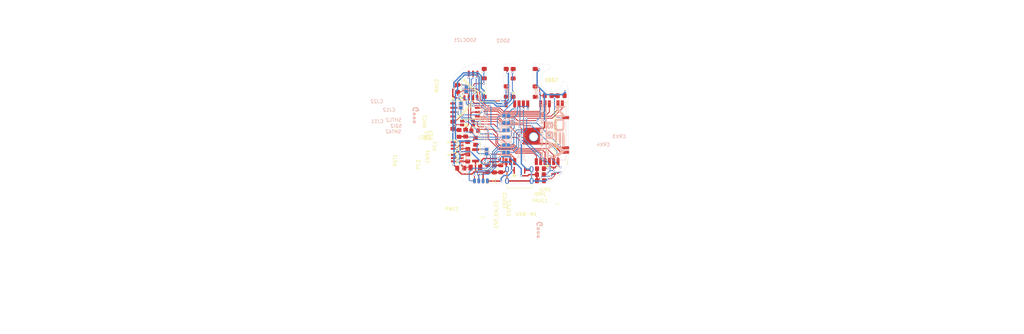
<source format=kicad_pcb>
(kicad_pcb (version 20211014) (generator pcbnew)
  (title_block (date "2021-12-28") (rev "5.3") (company "AeonLabs"))
  (layers (0 "F.Cu" signal) (31 "B.Cu" signal) (34 "B.Paste" user) (35 "F.Paste" user) (36 "B.SilkS" user "B.Silkscreen") (37 "F.SilkS" user "F.Silkscreen") (38 "B.Mask" user) (39 "F.Mask" user) (44 "Edge.Cuts" user))
  (net 0 "")
  (net 1 "Net-(HX4002B1-Pad4)")
  (net 2 "Net-(HX4002B1-Pad6)")
  (net 3 "/GND")
  (net 4 "/DIN1")
  (net 5 "/DIN2")
  (net 6 "/5V0")
  (net 7 "/3V3")
  (net 8 "/IO01TX")
  (net 9 "/DOUT1")
  (net 10 "/DOUT2")
  (net 11 "Net-(HX4002-Pad4)")
  (net 12 "Net-(HX4002-Pad6)")
  (net 13 "/IO25_LEDR")
  (net 14 "/IO22_IMC")
  (net 15 "/IO21_IMD")
  (net 16 "Net-(LDR1-Pad2)")
  (net 17 "/IO05_MX_D")
  (net 18 "/IO04_MX2_D")
  (net 19 "/IO13_MX_SK")
  (net 20 "/IO14_MX_CS")
  (net 21 "/IO18_MX2_3V3")
  (net 22 "/IO17_MX_3V3")
  (net 23 "/TX_IN")
  (net 24 "/IO03RX")
  (net 25 "/RX_IN")
  (net 26 "/RST_EN_RTS")
  (net 28 "/IO0_BOOT_DTR")
  (net 29 "/5V0F")
  (net 32 "unconnected-(Plug2-PadR4)")
  (net 39 "Net-(CRX3-Pad1)")
  (net 47 "/IO15_LVDT")
  (net 48 "/IO27_LVDT2")
  (net 53 "/IO33_IM_CS")
  (net 57 "/IO32_LEDG")
  (net 59 "/IO33_LEDB")
  (net 60 "/IO26_IM_CS")
  (footprint "Capacitor_SMD:C_0805_2012Metric_Pad1.18x1.45mm_HandSolder" (layer "F.Cu") (at 141.715 105.745 -90)
    (fp_text reference "ESPC2")
    (fp_text value "22uF")
  )
  (footprint "Package_LGA:LGA-14_3x2.5mm_P0.5mm_LayoutBorder3x4y" (layer "F.Cu") (at 159.135 106.265)
    (fp_text reference "IMU1")
    (fp_text value "LSM6DS3")
  )
  (footprint "Resistor_SMD:R_0805_2012Metric_Pad1.20x1.40mm_HandSolder" (layer "F.Cu") (at 161.33 84.22)
    (fp_text reference "DS2")
    (fp_text value "15K")
  )
  (footprint "Capacitor_SMD:C_0805_2012Metric_Pad1.18x1.45mm_HandSolder" (layer "F.Cu") (at 129.54 92.9 90)
    (fp_text reference "MXC1")
    (fp_text value "0.1pF")
  )
  (footprint "Capacitor_SMD:C_0805_2012Metric_Pad1.18x1.45mm_HandSolder" (layer "F.Cu") (at 131.855 105.51 180)
    (fp_text reference "PWC1")
    (fp_text value "0.1pF")
  )
  (footprint "Connector:SOIC_clipProgSmall" (layer "F.Cu") (at 137.775 110.005)
    (fp_text reference "J1")
    (fp_text value "Conn_01x08_Male")
  )
  (footprint "Resistor_SMD:R_0805_2012Metric_Pad1.20x1.40mm_HandSolder" (layer "F.Cu") (at 135.97 94.56 180)
    (fp_text reference "LDR1")
    (fp_text value "330R")
  )
  (footprint "AeonLabs:HX4002 SOT95 P280X125-6N" (layer "F.Cu") (at 130.795 102.595)
    (fp_text reference "HX4002B1" hide)
    (fp_text value "HX4002" hide)
  )
  (footprint "Package_SO:SOIC-8_5.275x5.275mm_P1.27mm" (layer "F.Cu") (at 134.845 81.255 90)
    (fp_text reference "MAX66752")
    (fp_text value "MAX6675")
  )
  (footprint "AeonLabs:Jack 2.5mm jack socket 6pin L10.5 w5.8 h3.2" (layer "F.Cu") (at 150.405 79.725 -90)
    (fp_text reference "Plug1")
    (fp_text value "AudioJack6pin")
  )
  (footprint "Resistor_SMD:R_0805_2012Metric_Pad1.20x1.40mm_HandSolder" (layer "F.Cu") (at 155.215 107.425 180)
    (fp_text reference "IDR1")
    (fp_text value "10k")
  )
  (footprint "Resistor_SMD:R_0805_2012Metric_Pad1.20x1.40mm_HandSolder" (layer "F.Cu") (at 133.28 95.22 -90)
    (fp_text reference "DS3")
    (fp_text value "10K")
  )
  (footprint "Fuse:Fuse_1206_3216Metric" (layer "F.Cu") (at 136.15 105.35)
    (fp_text reference "Fuse1")
    (fp_text value "Polyfuse")
  )
  (footprint "AeonLabs:Jack 2.5mm jack socket 6pin L10.5 w5.8 h3.2" (layer "F.Cu") (at 141.915 79.7025 -90)
    (fp_text reference "Plug2")
    (fp_text value "AudioJack6pin")
  )
  (footprint "Package_SO:SOIC-8_5.275x5.275mm_P1.27mm" (layer "F.Cu") (at 133.195 88.405)
    (fp_text reference "MAX66751")
    (fp_text value "MAX6675")
  )
  (footprint "RF_Module:ESP32-WROOM-32" (layer "F.Cu") (at 153.41 95.105 90)
    (fp_text reference "ESP32-WROOM32")
    (fp_text value "ESP32-WROOM-32")
  )
  (footprint "Resistor_SMD:R_0805_2012Metric_Pad1.20x1.40mm_HandSolder" (layer "F.Cu") (at 131.37 95.3 90)
    (fp_text reference "DS4")
    (fp_text value "15K")
  )
  (footprint "Capacitor_SMD:C_0805_2012Metric_Pad1.18x1.45mm_HandSolder" (layer "F.Cu") (at 133.9 98.85 -90)
    (fp_text reference "PC1")
    (fp_text value "0.1pF")
  )
  (footprint "Resistor_SMD:R_0805_2012Metric_Pad1.20x1.40mm_HandSolder" (layer "F.Cu") (at 157.5 84.21)
    (fp_text reference "DS1")
    (fp_text value "10K")
  )
  (footprint "Resistor_SMD:R_0805_2012Metric_Pad1.20x1.40mm_HandSolder" (layer "F.Cu") (at 136.2 97.65 -90)
    (fp_text reference "ENR1")
    (fp_text value "10k")
  )
  (footprint "Resistor_SMD:R_0805_2012Metric_Pad1.20x1.40mm_HandSolder" (layer "F.Cu") (at 155.255 105.685)
    (fp_text reference "ICR1")
    (fp_text value "10k")
  )
  (footprint "LED_SMD:LED_1206_3210_RGB_Metric" (layer "F.Cu") (at 134.09 92.21 180)
    (fp_text reference "LED1")
    (fp_text value "LED_GBRC")
  )
  (footprint "Capacitor_SMD:C_0805_2012Metric_Pad1.18x1.45mm_HandSolder" (layer "F.Cu") (at 143.62 105.6925 -90)
    (fp_text reference "ESPC1")
    (fp_text value "0.1uF")
  )
  (footprint "Capacitor_SMD:C_0805_2012Metric_Pad1.18x1.45mm_HandSolder" (layer "F.Cu") (at 133.89 102.505 -90)
    (fp_text reference "PC2")
    (fp_text value "0.1pF")
  )
  (footprint "Capacitor_SMD:C_0805_2012Metric_Pad1.18x1.45mm_HandSolder" (layer "F.Cu") (at 155.24 109.23 180)
    (fp_text reference "IMUC1")
    (fp_text value "100nF")
  )
  (footprint "Capacitor_SMD:C_0805_2012Metric_Pad1.18x1.45mm_HandSolder" (layer "F.Cu") (at 139.775 105.665 90)
    (fp_text reference "ESP_EN_C1")
    (fp_text value "0.1uF")
  )
  (footprint "Capacitor_SMD:C_0805_2012Metric_Pad1.18x1.45mm_HandSolder" (layer "F.Cu") (at 130.875 82.065 90)
    (fp_text reference "MXC2")
    (fp_text value "0.1pF")
  )
  (footprint "AeonLabs:HX4002 SOT95 P280X125-6N" (layer "F.Cu") (at 130.755 98.875)
    (fp_text reference "HX4002" hide)
    (fp_text value "HX4002" hide)
  )
  (footprint "AeonLabs:SW_Push_SPST_NO_Alps_SKRK AliExpress" (layer "F.Cu") (at 136.265 101.735 90)
    (fp_text reference "RST1")
    (fp_text value "RST")
  )
  (footprint "AeonLabs:Micro_USB_pcb_socket_5pin_4weld_points" (layer "F.Cu") (at 148.865 108.275)
    (fp_text reference "USB-M1")
    (fp_text value "USB-M")
  )
  (footprint "TestPoint:TestPoint_Pad_1.0x1.0mm" (layer "B.Cu") (at 144.565 98.735 -90)
    (fp_text reference "CRX1")
    (fp_text value "CRX")
  )
  (footprint "TestPoint:TestPoint_Pad_1.0x1.0mm" (layer "B.Cu") (at 144.575 90.125)
    (fp_text reference "SDO1")
    (fp_text value "DOUT1")
  )
  (footprint "AeonLabs:aeon logo www" (layer "B.Cu") (at 158.887334 94.695001 90)
    (fp_text reference "G***")
    (fp_text value "LOGO" hide)
  )
  (footprint "TestPoint:TestPoint_Pad_1.0x1.0mm" (layer "B.Cu") (at 145.775 92.225)
    (fp_text reference "SHTA1")
    (fp_text value "SHTA")
  )
  (footprint "TestPoint:TestPoint_Pad_1.0x1.0mm" (layer "B.Cu") (at 144.545 100.895 -90)
    (fp_text reference "CTX1")
    (fp_text value "CTX")
  )
  (footprint "TestPoint:TestPoint_Pad_1.0x1.0mm" (layer "B.Cu") (at 144.525 96.405 180)
    (fp_text reference "SDI2")
    (fp_text value "DIN2")
  )
  (footprint "TestPoint:TestPoint_Pad_1.0x1.0mm" (layer "B.Cu") (at 145.765 98.735 -90)
    (fp_text reference "CRX2")
    (fp_text value "CRX2")
  )
  (footprint "TestPoint:TestPoint_Pad_1.0x1.0mm" (layer "B.Cu") (at 139.435 100.065 180)
    (fp_text reference "CRX3")
    (fp_text value "CRX3")
  )
  (footprint "TestPoint:TestPoint_Pad_1.0x1.0mm" (layer "B.Cu") (at 145.725 96.415 180)
    (fp_text reference "SHTA2")
    (fp_text value "SHTA")
  )
  (footprint "AeonLabs:aeon creative commons logos" (layer "B.Cu") (at 139.26 92.23 90)
    (fp_text reference "G***")
    (fp_text value "LOGO" hide)
  )
  (footprint "TestPoint:TestPoint_Pad_1.0x1.0mm" (layer "B.Cu") (at 144.555 94.385 180)
    (fp_text reference "SDO2")
    (fp_text value "DOUT2")
  )
  (footprint "TestPoint:TestPoint_Pad_1.0x1.0mm" (layer "B.Cu") (at 139.445 101.265 180)
    (fp_text reference "CRX4")
    (fp_text value "CRX4")
  )
  (footprint "TestPoint:TestPoint_Pad_1.0x1.0mm" (layer "B.Cu") (at 131.895 87.755 180)
    (fp_text reference "CJ12")
    (fp_text value "CJ12")
  )
  (footprint "TestPoint:TestPoint_Pad_1.0x1.0mm" (layer "B.Cu") (at 133.535 82.925 180)
    (fp_text reference "CJ22")
    (fp_text value "CJ22")
  )
  (footprint "TestPoint:TestPoint_Pad_1.0x1.0mm" (layer "B.Cu") (at 131.895 86.545 180)
    (fp_text reference "CJ11")
    (fp_text value "CJ11")
  )
  (footprint "TestPoint:TestPoint_Pad_1.0x1.0mm" (layer "B.Cu") (at 133.515 81.725 180)
    (fp_text reference "SDOCJ21")
    (fp_text value "CJ21")
  )
  (footprint "TestPoint:TestPoint_Pad_1.0x1.0mm" (layer "B.Cu") (at 145.775 90.125)
    (fp_text reference "SHTL1")
    (fp_text value "SHTL")
  )
  (footprint "TestPoint:TestPoint_Pad_1.0x1.0mm" (layer "B.Cu") (at 144.565 92.225)
    (fp_text reference "SDI1")
    (fp_text value "DIN1")
  )
  (footprint "TestPoint:TestPoint_Pad_1.0x1.0mm" (layer "B.Cu") (at 145.755 100.895 -90)
    (fp_text reference "CTX2")
    (fp_text value "CTX2")
  )
  (footprint "TestPoint:TestPoint_Pad_1.0x1.0mm" (layer "B.Cu") (at 145.755 94.375 180)
    (fp_text reference "SHTL2")
    (fp_text value "SHTL")
  )
  (gr_line (start 146.815 93.175) (end 146.815 89.105) (layer "B.SilkS") (width 0.12))
  (gr_line (start 146.805 97.46) (end 146.805 93.39) (layer "B.SilkS") (width 0.12))
  (gr_line (start 143.605 93.375) (end 143.615 97.445) (layer "B.SilkS") (width 0.12))
  (gr_line (start 146.795 97.78) (end 143.625 97.8025) (layer "B.SilkS") (width 0.12))
  (gr_line (start 143.635 101.8525) (end 146.795 101.85) (layer "B.SilkS") (width 0.12))
  (gr_line (start 146.805 93.39) (end 143.605 93.375) (layer "B.SilkS") (width 0.12))
  (gr_line (start 143.595 89.1) (end 143.605 93.17) (layer "B.SilkS") (width 0.12))
  (gr_line (start 146.815 89.105) (end 143.595 89.1) (layer "B.SilkS") (width 0.12))
  (gr_line (start 143.615 97.445) (end 146.805 97.46) (layer "B.SilkS") (width 0.12))
  (gr_line (start 143.625 97.8025) (end 143.635 101.8525) (layer "B.SilkS") (width 0.12))
  (gr_line (start 143.605 93.17) (end 146.815 93.175) (layer "B.SilkS") (width 0.12))
  (gr_line (start 146.795 101.85) (end 146.795 97.78) (layer "B.SilkS") (width 0.12))
  (gr_circle (center 147.585 107.684645) (end 147.755 107.695642) (layer "F.SilkS") (width 0.35) (fill none))
  (gr_circle (center 147.375 83.415) (end 147.575 83.435) (layer "F.SilkS") (width 0.35) (fill none))
  (gr_circle (center 138.835 83.345) (end 139.035 83.365) (layer "F.SilkS") (width 0.35) (fill none))
  (gr_circle (center 157.245 104.904398) (end 157.345 104.915395) (layer "F.SilkS") (width 0.35) (fill none))
  (gr_circle (center 133.52 92.73) (end 133.66 92.749003) (layer "F.SilkS") (width 0.35) (fill none))
  (gr_circle (center 130.215 97.255) (end 130.215 97.155) (layer "F.SilkS") (width 0.2) (fill none))
  (gr_circle (center 130.265 100.955) (end 130.265 100.855) (layer "F.SilkS") (width 0.2) (fill none))
  (gr_circle (center 131.835 84.854003) (end 132.035 84.874003) (layer "F.SilkS") (width 0.35) (fill none))
  (gr_circle (center 129.505 85.024003) (end 129.705 85.044003) (layer "F.SilkS") (width 0.35) (fill none))
  (gr_line (start 144.525 74.865) (end 147.915 74.865) (layer "Edge.Cuts") (width 0.05))
  (gr_line (start 144.525 85.155) (end 144.425 85.155) (layer "Edge.Cuts") (width 0.05))
  (gr_line (start 139.425 74.865) (end 136.452547 74.869511) (layer "Edge.Cuts") (width 0.05))
  (gr_arc (start 130.985001 77.502135) (mid 133.492969 75.716862) (end 136.452547 74.869511) (layer "Edge.Cuts") (width 0.05))
  (gr_line (start 144.525 78.455) (end 144.525 85.155) (layer "Edge.Cuts") (width 0.05))
  (gr_line (start 147.915 85.035) (end 147.915 81.965) (layer "Edge.Cuts") (width 0.05))
  (gr_line (start 144.545 78.455) (end 144.525 78.455) (layer "Edge.Cuts") (width 0.05))
  (gr_line (start 144.525 74.865) (end 144.525 77.755) (layer "Edge.Cuts") (width 0.05))
  (gr_line (start 152.915 85.165) (end 147.915 85.165) (layer "Edge.Cuts") (width 0.05))
  (gr_line (start 163.365 82.605) (end 163.357294 102.590576) (layer "Edge.Cuts") (width 0.05))
  (gr_line (start 139.425 81.955) (end 139.025 81.955) (layer "Edge.Cuts") (width 0.05))
  (gr_line (start 153.035 78.465) (end 153.415 78.465) (layer "Edge.Cuts") (width 0.05))
  (gr_line (start 161.830335 80.077196) (end 162.706935 80.079753) (layer "Edge.Cuts") (width 0.05))
  (gr_arc (start 161.830335 80.077196) (mid 156.255602 82.026917) (end 158.072378 76.407452) (layer "Edge.Cuts") (width 0.05))
  (gr_line (start 147.915 81.265) (end 147.915 74.865) (layer "Edge.Cuts") (width 0.05))
  (gr_line (start 155.793442 74.852706) (end 153.015 74.855) (layer "Edge.Cuts") (width 0.05))
  (gr_line (start 128.702377 102.334587) (end 128.702706 82.443692) (layer "Edge.Cuts") (width 0.05))
  (gr_line (start 144.545 78.455) (end 144.925 78.455) (layer "Edge.Cuts") (width 0.05))
  (gr_line (start 139.425 85.025) (end 139.425 81.955) (layer "Edge.Cuts") (width 0.05))
  (gr_line (start 147.915 85.165) (end 147.915 85.035) (layer "Edge.Cuts") (width 0.05))
  (gr_line (start 139.025 81.255) (end 139.425 81.255) (layer "Edge.Cuts") (width 0.05))
  (gr_arc (start 131.335001 107.802133) (mid 129.549728 105.294165) (end 128.702377 102.334587) (layer "Edge.Cuts") (width 0.05))
  (gr_line (start 153.015 74.855) (end 153.015 77.765) (layer "Edge.Cuts") (width 0.05))
  (gr_arc (start 162.706935 80.079753) (mid 163.127595 81.318499) (end 163.365 82.605) (layer "Edge.Cuts") (width 0.05))
  (gr_arc (start 161.074999 107.532133) (mid 158.567031 109.317406) (end 155.607453 110.164757) (layer "Edge.Cuts") (width 0.05))
  (gr_line (start 147.915 81.965) (end 147.515 81.965) (layer "Edge.Cuts") (width 0.05))
  (gr_line (start 139.025 81.955) (end 139.025 81.255) (layer "Edge.Cuts") (width 0.05))
  (gr_line (start 153.015 85.165) (end 152.915 85.165) (layer "Edge.Cuts") (width 0.05))
  (gr_line (start 153.015 77.765) (end 153.415 77.765) (layer "Edge.Cuts") (width 0.05))
  (gr_arc (start 136.266558 110.077294) (mid 133.552889 109.462046) (end 131.325001 107.794999) (layer "Edge.Cuts") (width 0.05))
  (gr_arc (start 128.702706 82.443692) (mid 129.317954 79.730023) (end 130.985001 77.502135) (layer "Edge.Cuts") (width 0.05))
  (gr_line (start 144.925 77.755) (end 144.925 78.455) (layer "Edge.Cuts") (width 0.05))
  (gr_line (start 153.015 78.465) (end 153.015 85.165) (layer "Edge.Cuts") (width 0.05))
  (gr_line (start 153.035 78.465) (end 153.015 78.465) (layer "Edge.Cuts") (width 0.05))
  (gr_arc (start 155.793442 74.852706) (mid 156.94997 74.994584) (end 158.072378 75.307452) (layer "Edge.Cuts") (width 0.05))
  (gr_line (start 139.425 81.255) (end 139.425 74.865) (layer "Edge.Cuts") (width 0.05))
  (gr_line (start 147.515 81.965) (end 147.515 81.265) (layer "Edge.Cuts") (width 0.05))
  (gr_line (start 144.525 77.755) (end 144.925 77.755) (layer "Edge.Cuts") (width 0.05))
  (gr_line (start 158.072378 75.307452) (end 158.072378 76.407452) (layer "Edge.Cuts") (width 0.05))
  (gr_line (start 144.425 85.155) (end 139.425 85.155) (layer "Edge.Cuts") (width 0.05))
  (gr_arc (start 163.357294 102.590576) (mid 162.742046 105.304245) (end 161.074999 107.532133) (layer "Edge.Cuts") (width 0.05))
  (gr_line (start 155.607453 110.164757) (end 136.266558 110.077294) (layer "Edge.Cuts") (width 0.05))
  (gr_line (start 139.425 85.155) (end 139.425 85.025) (layer "Edge.Cuts") (width 0.05))
  (gr_line (start 147.515 81.265) (end 147.915 81.265) (layer "Edge.Cuts") (width 0.05))
  (gr_line (start 153.415 77.765) (end 153.415 78.465) (layer "Edge.Cuts") (width 0.05))
  (gr_text "Sponsor this project\npatreon.com/ldad" (at 149.77 96.52 -90) (layer "B.SilkS") (effects (font (size 0.9 0.9) (thickness 0.08)) (justify mirror)))
  (gr_text "I2C BUS" (at 147.485 93.125 -90) (layer "B.SilkS") (effects (font (size 0.9 0.9) (thickness 0.1)) (justify mirror)))
  (gr_text "PLUG2" (at 142.855 95.345 -90) (layer "B.SilkS") (effects (font (size 0.9 0.9) (thickness 0.1)) (justify mirror)))
  (gr_text "LDAD NANO \nMAX/I2C/LVDT" (at 132.99 107.49 -90) (layer "B.SilkS") (effects (font (size 0.9 0.9) (thickness 0.1)) (justify left mirror)))
  (gr_text "Copyright 2022\nrev. 6.1" (at 136.46 97.23 -90) (layer "B.SilkS") (effects (font (size 0.9 0.9) (thickness 0.08)) (justify left mirror)))
  (gr_text "PLUG1" (at 142.885 90.285 -90) (layer "B.SilkS") (effects (font (size 0.9 0.9) (thickness 0.1)) (justify mirror)))
  (segment (start 132.085 103.525) (end 133.8025 103.525) (width 0.4) (layer "F.Cu") (net 1))
  (segment (start 133.8025 103.525) (end 133.885 103.4425) (width 0.4) (layer "F.Cu") (net 1))
  (segment (start 132.885 101.375) (end 133.6975 101.375) (width 0.4) (layer "F.Cu") (net 2))
  (segment (start 132.085 101.625) (end 132.635 101.625) (width 0.4) (layer "F.Cu") (net 2))
  (segment (start 133.6975 101.375) (end 133.885 101.1875) (width 0.4) (layer "F.Cu") (net 2))
  (segment (start 132.635 101.625) (end 132.885 101.375) (width 0.4) (layer "F.Cu") (net 2))
  (segment (start 149.715 98.245) (end 150.195 98.245) (width 0.4) (layer "F.Cu") (net 3))
  (segment (start 144.4975 106.7625) (end 145.445 105.815) (width 0.4) (layer "F.Cu") (net 3))
  (segment (start 129.525 82.3775) (end 130.875 81.0275) (width 0.4) (layer "F.Cu") (net 3))
  (segment (start 145.435 105.825) (end 145.445 105.815) (width 0.4) (layer "F.Cu") (net 3))
  (segment (start 139.785 106.7725) (end 138.7975 106.7725) (width 0.4) (layer "F.Cu") (net 3))
  (segment (start 150.625 106.145) (end 152.295 106.145) (width 0.4) (layer "F.Cu") (net 3))
  (segment (start 129.655 93.145) (end 129.655 93.9225) (width 0.25) (layer "F.Cu") (net 3))
  (segment (start 129.575 102.605) (end 130.395 102.605) (width 0.4) (layer "F.Cu") (net 3))
  (segment (start 145.21 86.555) (end 144.505 86.555) (width 0.4) (layer "F.Cu") (net 3))
  (segment (start 143.585 106.7725) (end 143.595 106.7625) (width 0.4) (layer "F.Cu") (net 3))
  (segment (start 140.9675 106.7725) (end 143.585 106.7725) (width 0.4) (layer "F.Cu") (net 3))
  (segment (start 139.785 106.7725) (end 140.9675 106.7725) (width 0.4) (layer "F.Cu") (net 3))
  (segment (start 156.435 91.535) (end 156.435 93.545) (width 0.4) (layer "F.Cu") (net 3))
  (segment (start 130.7775 105.235) (end 130.7775 105.9775) (width 0.4) (layer "F.Cu") (net 3))
  (segment (start 159.3975 107.7125) (end 158.455 108.655) (width 0.2) (layer "F.Cu") (net 3))
  (segment (start 162.51 84.22) (end 162.51 82.95) (width 0.4) (layer "F.Cu") (net 3))
  (segment (start 132.07 107.27) (end 135.12 107.27) (width 0.4) (layer "F.Cu") (net 3))
  (segment (start 161.17 100.77) (end 162.72 100.77) (width 0.4) (layer "F.Cu") (net 3))
  (segment (start 130.395 102.605) (end 130.845 102.155) (width 0.4) (layer "F.Cu") (net 3))
  (segment (start 145.2725 76.3425) (end 145.475 76.545) (width 0.4) (layer "F.Cu") (net 3))
  (segment (start 145.475 76.545) (end 145.475 77.395) (width 0.4) (layer "F.Cu") (net 3))
  (segment (start 159.3975 107.1775) (end 159.3975 107.7125) (width 0.2) (layer "F.Cu") (net 3))
  (segment (start 132.94 84.855) (end 130.145 84.855) (width 0.4) (layer "F.Cu") (net 3))
  (segment (start 145.435 109.285) (end 152.655 109.285) (width 0.4) (layer "F.Cu") (net 3))
  (segment (start 159.635 107.1775) (end 159.3975 107.1775) (width 0.2) (layer "F.Cu") (net 3))
  (segment (start 145.435 109.285) (end 145.435 105.825) (width 0.4) (layer "F.Cu") (net 3))
  (segment (start 156.2925 109.275) (end 156.745 109.275) (width 0.4) (layer "F.Cu") (net 3))
  (segment (start 129.525 86.43) (end 129.595 86.5) (width 0.4) (layer "F.Cu") (net 3))
  (segment (start 130.585 92.715) (end 130.33125 92.96875) (width 0.25) (layer "F.Cu") (net 3))
  (segment (start 158.725 98.335) (end 161.165 100.775) (width 0.4) (layer "F.Cu") (net 3))
  (segment (start 152.655 96.105) (end 152.715 96.105) (width 0.4) (layer "F.Cu") (net 3))
  (segment (start 136.175 103.425) (end 136.18 103.43) (width 0.4) (layer "F.Cu") (net 3))
  (segment (start 132.1275 81.0275) (end 132.165 81.065) (width 0.4) (layer "F.Cu") (net 3))
  (segment (start 130.335 98.865) (end 130.755 98.445) (width 0.4) (layer "F.Cu") (net 3))
  (segment (start 136.18 103.43) (end 136.18 106.62) (width 0.4) (layer "F.Cu") (net 3))
  (segment (start 130.7775 105.9775) (end 132.07 107.27) (width 0.4) (layer "F.Cu") (net 3))
  (segment (start 152.655 96.225) (end 152.655 96.105) (width 0.4) (layer "F.Cu") (net 3))
  (segment (start 152.295 106.145) (end 152.635 105.805) (width 0.4) (layer "F.Cu") (net 3))
  (segment (start 159.3975 107.1775) (end 159.135 107.1775) (width 0.2) (layer "F.Cu") (net 3))
  (segment (start 156.175 93.805) (end 154.955 93.805) (width 0.4) (layer "F.Cu") (net 3))
  (segment (start 161.165 100.775) (end 161.17 100.77) (width 0.4) (layer "F.Cu") (net 3))
  (segment (start 138.41 109.255) (end 138.41 107.16) (width 0.4) (layer "F.Cu") (net 3))
  (segment (start 129.46 98.865) (end 130.31 98.865) (width 0.4) (layer "F.Cu") (net 3))
  (segment (start 129.525 84.235) (end 129.525 82.3775) (width 0.4) (layer "F.Cu") (net 3))
  (segment (start 143.595 106.7625) (end 144.4975 106.7625) (width 0.4) (layer "F.Cu") (net 3))
  (segment (start 145.23 105.6) (end 145.445 105.815) (width 0.4) (layer "F.Cu") (net 3))
  (segment (start 136.18 106.62) (end 136.17 106.63) (width 0.4) (layer "F.Cu") (net 3))
  (segment (start 130.1775 93.9375) (end 130.54 94.3) (width 0.4) (layer "F.Cu") (net 3))
  (segment (start 130.145 84.855) (end 129.525 84.235) (width 0.4) (layer "F.Cu") (net 3))
  (segment (start 138.41 107.16) (end 138.7975 106.7725) (width 0.4) (layer "F.Cu") (net 3))
  (segment (start 158.455 108.655) (end 157.365 108.655) (width 0.2) (layer "F.Cu") (net 3))
  (segment (start 138.655 106.63) (end 138.7975 106.7725) (width 0.4) (layer "F.Cu") (net 3))
  (segment (start 130.475 105.235) (end 130.7775 105.235) (width 0.4) (layer "F.Cu") (net 3))
  (segment (start 135.76 106.63) (end 136.17 106.63) (width 0.4) (layer "F.Cu") (net 3))
  (segment (start 152.715 96.105) (end 154.765 94.055) (width 0.4) (layer "F.Cu") (net 3))
  (segment (start 130.875 81.0275) (end 132.1275 81.0275) (width 0.4) (layer "F.Cu") (net 3))
  (segment (start 145.23 103.535) (end 145.23 105.6) (width 0.4) (layer "F.Cu") (net 3))
  (segment (start 145.195 76.3425) (end 145.2725 76.3425) (width 0.4) (layer "F.Cu") (net 3))
  (segment (start 135.12 107.27) (end 135.76 106.63) (width 0.4) (layer "F.Cu") (net 3))
  (segment (start 156.435 93.545) (end 156.175 93.805) (width 0.4) (layer "F.Cu") (net 3))
  (segment (start 141.715 106.7825) (end 141.9525 106.7825) (width 0.4) (layer "F.Cu") (net 3))
  (segment (start 129.525 84.235) (end 129.525 86.43) (width 0.4) (layer "F.Cu") (net 3))
  (segment (start 141.9525 106.7825) (end 142.135 106.965) (width 0.4) (layer "F.Cu") (net 3))
  (segment (start 131.995 92.715) (end 130.585 92.715) (width 0.25) (layer "F.Cu") (net 3))
  (segment (start 139.775 106.7025) (end 139.0725 106.7025) (width 0.25) (layer "F.Cu") (net 3))
  (segment (start 152.5 98.335) (end 158.725 98.335) (width 0.4) (layer "F.Cu") (net 3))
  (segment (start 129.655 94.945) (end 129.585 95.015) (width 0.4) (layer "F.Cu") (net 3))
  (segment (start 130.54 94.3) (end 131.37 94.3) (width 0.4) (layer "F.Cu") (net 3))
  (segment (start 129.735 104.495) (end 130.475 105.235) (width 0.4) (layer "F.Cu") (net 3))
  (segment (start 154.955 93.805) (end 152.655 96.105) (width 0.4) (layer "F.Cu") (net 3))
  (segment (start 129.655 94.055) (end 129.655 94.945) (width 0.4) (layer "F.Cu") (net 3))
  (segment (start 130.33125 92.96875) (end 129.83125 92.96875) (width 0.25) (layer "F.Cu") (net 3))
  (segment (start 129.54 93.9375) (end 130.1775 93.9375) (width 0.4) (layer "F.Cu") (net 3))
  (segment (start 129.83125 92.96875) (end 129.655 93.145) (width 0.25) (layer "F.Cu") (net 3))
  (segment (start 156.745 109.275) (end 157.365 108.655) (width 0.4) (layer "F.Cu") (net 3))
  (segment (start 136.17 106.63) (end 138.655 106.63) (width 0.4) (layer "F.Cu") (net 3))
  (segment (start 153.218668 76.545) (end 154.895 76.545) (width 0.4) (layer "F.Cu") (net 3))
  (via (at 162.49 82.88) (size 0.6) (drill 0.4) (layers "F.Cu" "B.Cu") (net 3))
  (via (at 129.735 104.495) (size 0.6) (drill 0.4) (layers "F.Cu" "B.Cu") (net 3))
  (via (at 157.365 108.655) (size 0.6) (drill 0.4) (layers "F.Cu" "B.Cu") (net 3))
  (via (at 144.275 86.555) (size 0.6) (drill 0.4) (layers "F.Cu" "B.Cu") (net 3))
  (via (at 129.825 82.015) (size 0.6) (drill 0.4) (layers "F.Cu" "B.Cu") (net 3))
  (via (at 130.825 102.185) (size 0.6) (drill 0.4) (layers "F.Cu" "B.Cu") (net 3))
  (via (at 149.635 98.245) (size 0.6) (drill 0.4) (layers "F.Cu" "B.Cu") (net 3))
  (via (at 129.585 95.015) (size 0.6) (drill 0.4) (layers "F.Cu" "B.Cu") (net 3))
  (via (at 156.435 91.535) (size 0.6) (drill 0.4) (layers "F.Cu" "B.Cu") (net 3))
  (via (at 132.165 81.065) (size 0.6) (drill 0.4) (layers "F.Cu" "B.Cu") (net 3))
  (via (at 154.845 76.545) (size 0.6) (drill 0.4) (layers "F.Cu" "B.Cu") (net 3))
  (via (at 131.035 84.855) (size 0.6) (drill 0.4) (layers "F.Cu" "B.Cu") (net 3))
  (via (at 129.545 85.665) (size 0.6) (drill 0.4) (layers "F.Cu" "B.Cu") (net 3))
  (via (at 130.785 98.485) (size 0.6) (drill 0.4) (layers "F.Cu" "B.Cu") (net 3))
  (via (at 145.515 77.405) (size 0.6) (drill 0.4) (layers "F.Cu" "B.Cu") (net 3))
  (via (at 153.245 96.315) (size 2.8) (drill 2.5) (layers "F.Cu" "B.Cu") (net 3))
  (segment (start 129.825 80.335) (end 129.825 82.015) (width 0.4) (layer "B.Cu") (net 3))
  (segment (start 149.645 98.245) (end 149.645 104.255) (width 0.4) (layer "B.Cu") (net 3))
  (segment (start 138.765 82.875) (end 137.875 81.985) (width 0.4) (layer "B.Cu") (net 3))
  (segment (start 133.595 81.325) (end 133.335 81.065) (width 0.25) (layer "B.Cu") (net 3))
  (segment (start 162.49 82.88) (end 162.49 83.14) (width 0.4) (layer "B.Cu") (net 3))
  (segment (start 156.415 85.385) (end 156.415 84.685) (width 0.4) (layer "B.Cu") (net 3))
  (segment (start 131.895 86.585) (end 131.895 85.715) (width 0.25) (layer "B.Cu") (net 3))
  (segment (start 161.73 83.9) (end 156.94 83.9) (width 0.4) (layer "B.Cu") (net 3))
  (segment (start 133.335 81.065) (end 132.165 81.065) (width 0.25) (layer "B.Cu") (net 3))
  (segment (start 144.695 86.555) (end 144.475 86.555) (width 0.4) (layer "B.Cu") (net 3))
  (segment (start 129.555 86.695) (end 129.555 85.685) (width 0.4) (layer "B.Cu") (net 3))
  (segment (start 152.905 95.915) (end 152.755 96.065) (width 0.4) (layer "B.Cu") (net 3))
  (segment (start 129.535 97.765) (end 129.875 98.105) (width 0.4) (layer "B.Cu") (net 3))
  (segment (start 139.175 85.715) (end 138.765 85.305) (width 0.4) (layer "B.Cu") (net 3))
  (segment (start 141.655 85.715) (end 139.175 85.715) (width 0.4) (layer "B.Cu") (net 3))
  (segment (start 154.845 76.735) (end 154.845 76.545) (width 0.4) (layer "B.Cu") (net 3))
  (segment (start 129.555 94.975) (end 129.555 88.995) (width 0.4) (layer "B.Cu") (net 3))
  (segment (start 129.875 104.355) (end 129.735 104.495) (width 0.4) (layer "B.Cu") (net 3))
  (segment (start 145.85 77.78) (end 145.485 77.415) (width 0.4) (layer "B.Cu") (net 3))
  (segment (start 145.85 85.4) (end 144.695 86.555) (width 0.4) (layer "B.Cu") (net 3))
  (segment (start 149.645 104.255) (end 151.195 105.805) (width 0.4) (layer "B.Cu") (net 3))
  (segment (start 129.535 95.065) (end 129.585 95.015) (width 0.4) (layer "B.Cu") (net 3))
  (segment (start 156.94 83.9) (end 156.415 83.375) (width 0.4) (layer "B.Cu") (net 3))
  (segment (start 156.415 85.385) (end 156.415 91.515) (width 0.4) (layer "B.Cu") (net 3))
  (segment (start 153.245 96.315) (end 153.245 96.795) (width 0.4) (layer "B.Cu") (net 3))
  (segment (start 152.635 105.805) (end 152.635 109.265) (width 0.4) (layer "B.Cu") (net 3))
  (segment (start 129.875 101.665) (end 129.875 104.355) (width 0.4) (layer "B.Cu") (net 3))
  (segment (start 133.595 81.735) (end 133.595 81.325) (width 0.25) (layer "B.Cu") (net 3))
  (segment (start 129.555 88.995) (end 129.555 86.695) (width 0.4) (layer "B.Cu") (net 3))
  (segment (start 129.535 97.765) (end 129.535 95.065) (width 0.4) (layer "B.Cu") (net 3))
  (segment (start 144.275 86.555) (end 142.495 86.555) (width 0.4) (layer "B.Cu") (net 3))
  (segment (start 130.365 102.155) (end 130.845 102.155) (width 0.4) (layer "B.Cu") (net 3))
  (segment (start 145.85 85.4) (end 145.85 77.78) (width 0.4) (layer "B.Cu") (net 3))
  (segment (start 132.655 77.505) (end 129.825 80.335) (width 0.4) (layer "B.Cu") (net 3))
  (segment (start 151.195 105.805) (end 152.635 105.805) (width 0.4) (layer "B.Cu") (net 3))
  (segment (start 162.49 83.14) (end 161.73 83.9) (width 0.4) (layer "B.Cu") (net 3))
  (segment (start 156.665 109.285) (end 157.135 108.815) (width 0.4) (layer "B.Cu") (net 3))
  (segment (start 138.765 85.305) (end 138.765 82.875) (width 0.4) (layer "B.Cu") (net 3))
  (segment (start 136.955 77.505) (end 132.655 77.505) (width 0.4) (layer "B.Cu") (net 3))
  (segment (start 156.415 91.515) (end 156.435 91.535) (width 0.4) (layer "B.Cu") (net 3))
  (segment (start 131.895 85.715) (end 131.035 84.855) (width 0.25) (layer "B.Cu") (net 3))
  (segment (start 156.415 85.385) (end 156.415 83.375) (width 0.4) (layer "B.Cu") (net 3))
  (segment (start 154.275 81.235) (end 154.275 77.305) (width 0.4) (layer "B.Cu") (net 3))
  (segment (start 152.655 109.285) (end 156.665 109.285) (width 0.4) (layer "B.Cu") (net 3))
  (segment (start 152.635 109.265) (end 152.655 109.285) (width 0.4) (layer "B.Cu") (net 3))
  (segment (start 129.875 98.105) (end 129.875 101.665) (width 0.4) (layer "B.Cu") (net 3))
  (segment (start 129.875 101.665) (end 130.365 102.155) (width 0.4) (layer "B.Cu") (net 3))
  (segment (start 137.875 78.425) (end 136.955 77.505) (width 0.4) (layer "B.Cu") (net 3))
  (segment (start 142.495 86.555) (end 141.655 85.715) (width 0.4) (layer "B.Cu") (net 3))
  (segment (start 152.655 96.315) (end 153.245 96.315) (width 0.4) (layer "B.Cu") (net 3))
  (segment (start 156.415 83.375) (end 154.275 81.235) (width 0.4) (layer "B.Cu") (net 3))
  (segment (start 137.875 81.985) (end 137.875 78.425) (width 0.4) (layer "B.Cu") (net 3))
  (segment (start 154.275 77.305) (end 154.845 76.735) (width 0.4) (layer "B.Cu") (net 3))
  (segment (start 129.875 98.485) (end 130.785 98.485) (width 0.4) (layer "B.Cu") (net 3))
  (segment (start 148.525 91.535) (end 147.705 90.715) (width 0.25) (layer "F.Cu") (net 4))
  (segment (start 156.33 84.21) (end 155.39 84.21) (width 0.25) (layer "F.Cu") (net 4))
  (segment (start 155.01 81.96) (end 155.01 83.37) (width 0.25) (layer "F.Cu") (net 4))
  (segment (start 155.39 84.21) (end 155.01 83.83) (width 0.25) (layer "F.Cu") (net 4))
  (segment (start 154.545 81.495) (end 155.01 81.96) (width 0.25) (layer "F.Cu") (net 4))
  (segment (start 137.535 91.795) (end 142.585 91.795) (width 0.25) (layer "F.Cu") (net 4))
  (segment (start 153.685 81.4825) (end 153.8025 81.4825) (width 0.25) (layer "F.Cu") (net 4))
  (segment (start 153.685 81.495) (end 154.545 81.495) (width 0.25) (layer "F.Cu") (net 4))
  (segment (start 154.235 91.535) (end 148.795 91.535) (width 0.25) (layer "F.Cu") (net 4))
  (segment (start 147.705 90.715) (end 144.995 90.715) (width 0.25) (layer "F.Cu") (net 4))
  (segment (start 155.01 83.83) (end 155.01 83.37) (width 0.25) (layer "F.Cu") (net 4))
  (segment (start 142.585 91.795) (end 143.355 92.565) (width 0.25) (layer "F.Cu") (net 4))
  (segment (start 144.765 90.945) (end 144.765 91.275) (width 0.25) (layer "F.Cu") (net 4))
  (segment (start 148.795 91.535) (end 148.525 91.535) (width 0.25) (layer "F.Cu") (net 4))
  (segment (start 144.995 90.715) (end 144.765 90.945) (width 0.25) (layer "F.Cu") (net 4))
  (segment (start 129.595 87.77) (end 130.86 87.77) (width 0.4) (layer "F.Cu") (net 4))
  (via (at 155.08 83.39) (size 0.6) (drill 0.4) (layers "F.Cu" "B.Cu") (net 4))
  (via (at 143.355 92.565) (size 0.6) (drill 0.4) (layers "F.Cu" "B.Cu") (net 4))
  (via (at 154.265 91.535) (size 0.6) (drill 0.4) (layers "F.Cu" "B.Cu") (net 4))
  (via (at 137.535 91.795) (size 0.6) (drill 0.4) (layers "F.Cu" "B.Cu") (net 4))
  (via (at 131.055 87.775) (size 0.6) (drill 0.4) (layers "F.Cu" "B.Cu") (net 4))
  (via (at 144.765 91.275) (size 0.6) (drill 0.4) (layers "F.Cu" "B.Cu") (net 4))
  (segment (start 155.175 83.535) (end 155.01 83.37) (width 0.25) (layer "B.Cu") (net 4))
  (segment (start 144.565 92.225) (end 144.265 92.525) (width 0.25) (layer "B.Cu") (net 4))
  (segment (start 131.895 89.875) (end 132.66 90.64) (width 0.25) (layer "B.Cu") (net 4))
  (segment (start 135.935 91.795) (end 137.535 91.795) (width 0.25) (layer "B.Cu") (net 4))
  (segment (start 132.66 90.64) (end 134.78 90.64) (width 0.25) (layer "B.Cu") (net 4))
  (segment (start 131.895 87.755) (end 131.145 87.755) (width 0.4) (layer "B.Cu") (net 4))
  (segment (start 131.895 87.755) (end 131.895 89.875) (width 0.25) (layer "B.Cu") (net 4))
  (segment (start 134.78 90.64) (end 135.935 91.795) (width 0.25) (layer "B.Cu") (net 4))
  (segment (start 144.775 91.305) (end 144.775 92.045) (width 0.25) (layer "B.Cu") (net 4))
  (segment (start 155.175 90.545) (end 155.175 83.535) (width 0.25) (layer "B.Cu") (net 4))
  (segment (start 144.285 92.605) (end 143.285 92.605) (width 0.25) (layer "B.Cu") (net 4))
  (segment (start 154.265 91.455) (end 155.175 90.545) (width 0.25) (layer "B.Cu") (net 4))
  (segment (start 137.375 83.695) (end 137.375 82.975) (width 0.25) (layer "F.Cu") (net 5))
  (segment (start 137.885 85.745) (end 137.545 85.405) (width 0.25) (layer "F.Cu") (net 5))
  (segment (start 133.815 83.525) (end 132.615 83.525) (width 0.25) (layer "F.Cu") (net 5))
  (segment (start 133.28 94.22) (end 133.28 94.9) (width 0.25) (layer "F.Cu") (net 5))
  (segment (start 134.125 84.94) (end 134.21 84.855) (width 0.25) (layer "F.Cu") (net 5))
  (segment (start 133.28 94.9) (end 133.27 94.91) (width 0.25) (layer "F.Cu") (net 5))
  (segment (start 133.335 93.525) (end 134.125 92.735) (width 0.25) (layer "F.Cu") (net 5))
  (segment (start 145.2825 81.4825) (end 145.385 81.585) (width 0.25) (layer "F.Cu") (net 5))
  (segment (start 136.605 82.195) (end 132.505 82.195) (width 0.25) (layer "F.Cu") (net 5))
  (segment (start 134.21 84.855) (end 134.21 83.92) (width 0.25) (layer "F.Cu") (net 5))
  (segment (start 134.125 92.735) (end 134.125 84.94) (width 0.25) (layer "F.Cu") (net 5))
  (segment (start 133.335 94.165) (end 133.28 94.22) (width 0.25) (layer "F.Cu") (net 5))
  (segment (start 137.375 82.975) (end 137.38 82.97) (width 0.25) (layer "F.Cu") (net 5))
  (segment (start 137.545 83.865) (end 137.375 83.695) (width 0.25) (layer "F.Cu") (net 5))
  (segment (start 134.21 83.92) (end 133.815 83.525) (width 0.25) (layer "F.Cu") (net 5))
  (segment (start 145.105 81.67) (end 145.105 82.62) (width 0.25) (layer "F.Cu") (net 5))
  (segment (start 145.195 81.4825) (end 145.2825 81.4825) (width 0.25) (layer "F.Cu") (net 5))
  (segment (start 133.335 93.525) (end 133.335 94.165) (width 0.25) (layer "F.Cu") (net 5))
  (segment (start 137.38 82.97) (end 136.605 82.195) (width 0.25) (layer "F.Cu") (net 5))
  (segment (start 143.545 85.745) (end 137.885 85.745) (width 0.25) (layer "F.Cu") (net 5))
  (segment (start 137.545 85.405) (end 137.545 83.865) (width 0.25) (layer "F.Cu") (net 5))
  (via (at 132.505 82.195) (size 0.6) (drill 0.4) (layers "F.Cu" "B.Cu") (net 5))
  (via (at 145.095 82.575) (size 0.6) (drill 0.4) (layers "F.Cu" "B.Cu") (net 5))
  (via (at 143.545 85.745) (size 0.6) (drill 0.4) (layers "F.Cu" "B.Cu") (net 5))
  (via (at 133.27 94.91) (size 0.6) (drill 0.4) (layers "F.Cu" "B.Cu") (net 5))
  (via (at 132.615 83.525) (size 0.6) (drill 0.4) (layers "F.Cu" "B.Cu") (net 5))
  (segment (start 144.595 85.725) (end 143.495 85.725) (width 0.25) (layer "B.Cu") (net 5))
  (segment (start 133.205 82.935) (end 132.615 83.525) (width 0.25) (layer "B.Cu") (net 5))
  (segment (start 134.94 94.91) (end 133.27 94.91) (width 0.25) (layer "B.Cu") (net 5))
  (segment (start 145.125 85.195) (end 145.125 82.575) (width 0.25) (layer "B.Cu") (net 5))
  (segment (start 133.595 82.935) (end 133.245 82.935) (width 0.25) (layer "B.Cu") (net 5))
  (segment (start 136.435 96.405) (end 134.94 94.91) (width 0.25) (layer "B.Cu") (net 5))
  (segment (start 144.525 96.405) (end 136.435 96.405) (width 0.25) (layer "B.Cu") (net 5))
  (segment (start 133.595 82.935) (end 133.205 82.935) (width 0.25) (layer "B.Cu") (net 5))
  (segment (start 133.245 82.935) (end 132.505 82.195) (width 0.25) (layer "B.Cu") (net 5))
  (segment (start 144.595 85.725) (end 145.125 85.195) (width 0.25) (layer "B.Cu") (net 5))
  (segment (start 132.685 105.235) (end 131.795 104.345) (width 0.4) (layer "F.Cu") (net 6))
  (segment (start 132.075 102.605) (end 131.535 102.605) (width 0.4) (layer "F.Cu") (net 6))
  (segment (start 130.805 103.325) (end 130.545 103.585) (width 0.4) (layer "F.Cu") (net 6))
  (segment (start 131.475 98.855) (end 130.785 99.545) (width 0.4) (layer "F.Cu") (net 6))
  (segment (start 131.535 102.605) (end 130.815 103.325) (width 0.4) (layer "F.Cu") (net 6))
  (segment (start 130.715 99.805) (end 129.715 99.805) (width 0.4) (layer "F.Cu") (net 6))
  (segment (start 130.785 99.545) (end 130.785 99.715) (width 0.4) (layer "F.Cu") (net 6))
  (segment (start 130.775 99.735) (end 130.775 99.745) (width 0.4) (layer "F.Cu") (net 6))
  (segment (start 129.465 103.585) (end 130.425 103.585) (width 0.4) (layer "F.Cu") (net 6))
  (segment (start 132.9425 105.325) (end 132.8525 105.235) (width 0.4) (layer "F.Cu") (net 6))
  (segment (start 130.545 103.585) (end 130.425 103.585) (width 0.4) (layer "F.Cu") (net 6))
  (segment (start 132.8525 105.235) (end 132.685 105.235) (width 0.4) (layer "F.Cu") (net 6))
  (segment (start 134.735 105.325) (end 132.9425 105.325) (width 0.4) (layer "F.Cu") (net 6))
  (segment (start 130.815 103.325) (end 130.805 103.325) (width 0.4) (layer "F.Cu") (net 6))
  (segment (start 132.045 98.855) (end 131.475 98.855) (width 0.4) (layer "F.Cu") (net 6))
  (via (at 131.795 104.345) (size 0.6) (drill 0.4) (layers "F.Cu" "B.Cu") (net 6))
  (via (at 130.765 99.785) (size 0.6) (drill 0.4) (layers "F.Cu" "B.Cu") (net 6))
  (via (at 130.835 103.395) (size 0.6) (drill 0.4) (layers "F.Cu" "B.Cu") (net 6))
  (segment (start 130.775 100.755) (end 130.775 100.115) (width 0.4) (layer "B.Cu") (net 6))
  (segment (start 131.635 101.615) (end 130.775 100.755) (width 0.4) (layer "B.Cu") (net 6))
  (segment (start 130.845 103.395) (end 130.835 103.395) (width 0.4) (layer "B.Cu") (net 6))
  (segment (start 130.775 100.115) (end 130.785 100.105) (width 0.4) (layer "B.Cu") (net 6))
  (segment (start 131.795 104.345) (end 130.845 103.395) (width 0.4) (layer "B.Cu") (net 6))
  (segment (start 130.835 103.395) (end 131.635 102.595) (width 0.4) (layer "B.Cu") (net 6))
  (segment (start 130.785 100.105) (end 130.785 99.715) (width 0.4) (layer "B.Cu") (net 6))
  (segment (start 131.635 102.595) (end 131.635 101.615) (width 0.4) (layer "B.Cu") (net 6))
  (segment (start 143.495 103.055) (end 143.495 102.155) (width 0.4) (layer "F.Cu") (net 7))
  (segment (start 158.635 107.515) (end 158.235 107.915) (width 0.2) (layer "F.Cu") (net 7))
  (segment (start 141.715 104.7075) (end 141.715 104.415) (width 0.4) (layer "F.Cu") (net 7))
  (segment (start 146.645 84.48375) (end 146.645 83.46625) (width 0.4) (layer "F.Cu") (net 7))
  (segment (start 136.125 96.725) (end 135.175 97.675) (width 0.4) (layer "F.Cu") (net 7))
  (segment (start 154.215 107.425) (end 151.885 107.425) (width 0.4) (layer "F.Cu") (net 7))
  (segment (start 144.285 103.9975) (end 143.595 104.6875) (width 0.4) (layer "F.Cu") (net 7))
  (segment (start 129.575 101.655) (end 129.755 101.655) (width 0.4) (layer "F.Cu") (net 7))
  (segment (start 151.545 107.765) (end 151.885 107.425) (width 0.4) (layer "F.Cu") (net 7))
  (segment (start 140.565 103.625) (end 142.925 103.625) (width 0.4) (layer "F.Cu") (net 7))
  (segment (start 141.715 104.7075) (end 141.5175 104.7075) (width 0.4) (layer "F.Cu") (net 7))
  (segment (start 129.545 97.905) (end 130.415 97.905) (width 0.4) (layer "F.Cu") (net 7))
  (segment (start 142.925 103.625) (end 143.495 103.055) (width 0.4) (layer "F.Cu") (net 7))
  (segment (start 141.715 104.415) (end 140.925 103.625) (width 0.4) (layer "F.Cu") (net 7))
  (segment (start 144.565 101.965) (end 144.285 102.245) (width 0.4) (layer "F.Cu") (net 7))
  (segment (start 154.2175 109.275) (end 154.2175 105.7225) (width 0.4) (layer "F.Cu") (net 7))
  (segment (start 141.5175 104.7075) (end 141.245 104.435) (width 0.4) (layer "F.Cu") (net 7))
  (segment (start 158.635 107.1775) (end 158.635 107.515) (width 0.2) (layer "F.Cu") (net 7))
  (segment (start 146.5 103.535) (end 146.5 102.29) (width 0.4) (layer "F.Cu") (net 7))
  (segment (start 136.155 96.555) (end 135.945 96.345) (width 0.25) (layer "F.Cu") (net 7))
  (segment (start 141.715 104.7075) (end 143.575 104.7075) (width 0.4) (layer "F.Cu") (net 7))
  (segment (start 154.2175 105.7225) (end 154.255 105.685) (width 0.4) (layer "F.Cu") (net 7))
  (segment (start 144.285 102.245) (end 144.285 103.9975) (width 0.4) (layer "F.Cu") (net 7))
  (segment (start 149.645 107.765) (end 151.545 107.765) (width 0.4) (layer "F.Cu") (net 7))
  (segment (start 141.715 104.7075) (end 141.715 104.315) (width 0.4) (layer "F.Cu") (net 7))
  (segment (start 140.925 103.625) (end 140.565 103.625) (width 0.4) (layer "F.Cu") (net 7))
  (segment (start 136.175 96.725) (end 136.125 96.725) (width 0.4) (layer "F.Cu") (net 7))
  (segment (start 140.565 103.625) (end 140.105 103.625) (width 0.4) (layer "F.Cu") (net 7))
  (segment (start 160.385 106.755) (end 161.085 106.755) (width 0.2) (layer "F.Cu") (net 7))
  (segment (start 154.335 109.275) (end 155.215 108.395) (width 0.4) (layer "F.Cu") (net 7))
  (segment (start 160.2975 106.8425) (end 160.385 106.755) (width 0.2) (layer "F.Cu") (net 7))
  (segment (start 146.175 101.965) (end 144.565 101.965) (width 0.4) (layer "F.Cu") (net 7))
  (segment (start 130.415 97.905) (end 130.765 97.555) (width 0.4) (layer "F.Cu") (net 7))
  (segment (start 154.2175 109.275) (end 154.335 109.275) (width 0.4) (layer "F.Cu") (net 7))
  (segment (start 129.755 101.655) (end 130.775 100.635) (width 0.4) (layer "F.Cu") (net 7))
  (segment (start 130.775 100.635) (end 131.675 100.635) (width 0.4) (layer "F.Cu") (net 7))
  (segment (start 146.5 102.29) (end 146.175 101.965) (width 0.4) (layer "F.Cu") (net 7))
  (segment (start 138.145 84.49375) (end 138.145 83.43625) (width 0.4) (layer "F.Cu") (net 7))
  (segment (start 143.575 104.7075) (end 143.595 104.6875) (width 0.4) (layer "F.Cu") (net 7))
  (segment (start 160.2975 107.015) (end 160.2975 106.8425) (width 0.2) (layer "F.Cu") (net 7))
  (via (at 158.235 107.915) (size 0.6) (drill 0.4) (layers "F.Cu" "B.Cu") (net 7))
  (via (at 135.175 97.675) (size 0.6) (drill 0.4) (layers "F.Cu" "B.Cu") (net 7))
  (via (at 155.235 108.405) (size 0.6) (drill 0.4) (layers "F.Cu" "B.Cu") (net 7))
  (via (at 139.865 103.605) (size 0.6) (drill 0.4) (layers "F.Cu" "B.Cu") (net 7))
  (via (at 130.765 97.555) (size 0.6) (drill 0.4) (layers "F.Cu" "B.Cu") (net 7))
  (via (at 143.495 102.135) (size 0.6) (drill 0.4) (layers "F.Cu" "B.Cu") (net 7))
  (via (at 161.085 106.755) (size 0.6) (drill 0.4) (layers "F.Cu" "B.Cu") (net 7))
  (via (at 131.675 100.635) (size 0.6) (drill 0.4) (layers "F.Cu" "B.Cu") (net 7))
  (via (at 146.665 83.485) (size 0.6) (drill 0.4) (layers "F.Cu" "B.Cu") (net 7))
  (via (at 149.645 107.765) (size 0.6) (drill 0.4) (layers "F.Cu" "B.Cu") (net 7))
  (via (at 138.085 83.355) (size 0.6) (drill 0.4) (layers "F.Cu" "B.Cu") (net 7))
  (segment (start 146.065 102.135) (end 149.625 105.695) (width 0.4) (layer "B.Cu") (net 7))
  (segment (start 130.91 80.16) (end 130.91 82.45) (width 0.4) (layer "B.Cu") (net 7))
  (segment (start 159.495 106.775) (end 160.955 106.775) (width 0.2) (layer "B.Cu") (net 7))
  (segment (start 131.675 100.635) (end 134.735 100.635) (width 0.4) (layer "B.Cu") (net 7))
  (segment (start 137.235 82.635) (end 137.235 78.705) (width 0.4) (layer "B.Cu") (net 7))
  (segment (start 155.725 107.915) (end 158.355 107.915) (width 0.2) (layer "B.Cu") (net 7))
  (segment (start 132.955 78.115) (end 130.91 80.16) (width 0.4) (layer "B.Cu") (net 7))
  (segment (start 137.235 78.705) (end 136.645 78.115) (width 0.4) (layer "B.Cu") (net 7))
  (segment (start 130.295 83.065) (end 130.295 97.085) (width 0.4) (layer "B.Cu") (net 7))
  (segment (start 139.605 104.375) (end 139.935 104.045) (width 0.4) (layer "B.Cu") (net 7))
  (segment (start 138.475 104.375) (end 139.605 104.375) (width 0.4) (layer "B.Cu") (net 7))
  (segment (start 138.165 85.565) (end 138.165 83.565) (width 0.4) (layer "B.Cu") (net 7))
  (segment (start 130.295 97.085) (end 130.765 97.555) (width 0.4) (layer "B.Cu") (net 7))
  (segment (start 134.735 100.635) (end 138.475 104.375) (width 0.4) (layer "B.Cu") (net 7))
  (segment (start 131.675 97.895) (end 131.335 97.555) (width 0.4) (layer "B.Cu") (net 7))
  (segment (start 131.675 99.485) (end 131.675 99.705) (width 0.4) (layer "B.Cu") (net 7))
  (segment (start 130.765 97.555) (end 131.335 97.555) (width 0.4) (layer "B.Cu") (net 7))
  (segment (start 146.665 83.485) (end 146.665 85.455) (width 0.4) (layer "B.Cu") (net 7))
  (segment (start 144.805 87.315) (end 142.345 87.315) (width 0.4) (layer "B.Cu") (net 7))
  (segment (start 158.355 107.915) (end 159.495 106.775) (width 0.2) (layer "B.Cu") (net 7))
  (segment (start 133.605 97.555) (end 135.055 97.555) (width 0.4) (layer "B.Cu") (net 7))
  (segment (start 143.495 102.135) (end 146.065 102.135) (width 0.4) (layer "B.Cu") (net 7))
  (segment (start 130.91 82.45) (end 130.295 83.065) (width 0.4) (layer "B.Cu") (net 7))
  (segment (start 149.625 105.695) (end 149.625 107.785) (width 0.4) (layer "B.Cu") (net 7))
  (segment (start 146.665 85.455) (end 144.805 87.315) (width 0.4) (layer "B.Cu") (net 7))
  (segment (start 139.935 104.045) (end 139.935 103.575) (width 0.4) (layer "B.Cu") (net 7))
  (segment (start 136.645 78.115) (end 132.955 78.115) (width 0.4) (layer "B.Cu") (net 7))
  (segment (start 142.345 87.315) (end 141.385 86.355) (width 0.4) (layer "B.Cu") (net 7))
  (segment (start 141.385 86.355) (end 138.955 86.355) (width 0.4) (layer "B.Cu") (net 7))
  (segment (start 138.165 83.565) (end 138.055 83.455) (width 0.4) (layer "B.Cu") (net 7))
  (segment (start 138.055 83.455) (end 137.235 82.635) (width 0.4) (layer "B.Cu") (net 7))
  (segment (start 131.675 99.705) (end 131.675 97.895) (width 0.4) (layer "B.Cu") (net 7))
  (segment (start 155.235 108.405) (end 155.725 107.915) (width 0.2) (layer "B.Cu") (net 7))
  (segment (start 138.955 86.355) (end 138.165 85.565) (width 0.4) (layer "B.Cu") (net 7))
  (segment (start 135.055 97.555) (end 135.175 97.675) (width 0.4) (layer "B.Cu") (net 7))
  (segment (start 131.675 99.705) (end 131.675 100.635) (width 0.4) (layer "B.Cu") (net 7))
  (segment (start 131.335 97.555) (end 133.605 97.555) (width 0.4) (layer "B.Cu") (net 7))
  (segment (start 149.69 95.48) (end 149.69 93.92) (width 0.25) (layer "F.Cu") (net 8))
  (segment (start 149.69 93.92) (end 149.18 93.41) (width 0.25) (layer "F.Cu") (net 8))
  (segment (start 149.56 95.61) (end 149.69 95.48) (width 0.25) (layer "F.Cu") (net 8))
  (segment (start 149.195 86.0275) (end 149.195 88.1425) (width 0.25) (layer "F.Cu") (net 8))
  (via (at 149.215 88.145) (size 0.6) (drill 0.4) (layers "F.Cu" "B.Cu") (net 8))
  (via (at 149.18 93.41) (size 0.6) (drill 0.4) (layers "F.Cu" "B.Cu") (net 8))
  (via (at 149.56 95.61) (size 0.6) (drill 0.4) (layers "F.Cu" "B.Cu") (net 8))
  (segment (start 147.365 100.905) (end 145.815 100.905) (width 0.25) (layer "B.Cu") (net 8))
  (segment (start 149.215 88.145) (end 149.215 93.375) (width 0.25) (layer "B.Cu") (net 8))
  (segment (start 148.795 99.475) (end 147.365 100.905) (width 0.25) (layer "B.Cu") (net 8))
  (segment (start 148.95 95.61) (end 148.795 95.765) (width 0.25) (layer "B.Cu") (net 8))
  (segment (start 149.56 95.61) (end 148.95 95.61) (width 0.25) (layer "B.Cu") (net 8))
  (segment (start 148.795 95.765) (end 148.795 99.475) (width 0.25) (layer "B.Cu") (net 8))
  (segment (start 149.215 93.375) (end 149.18 93.41) (width 0.25) (layer "B.Cu") (net 8))
  (segment (start 149.225 88.145) (end 149.165 88.205) (width 0.25) (layer "B.Cu") (net 8))
  (segment (start 141.595 92.565) (end 143.095 94.065) (width 0.25) (layer "F.Cu") (net 9))
  (segment (start 147.1675 76.3425) (end 147.015 76.495) (width 0.25) (layer "F.Cu") (net 9))
  (segment (start 129.595 89.04) (end 130.99 89.04) (width 0.25) (layer "F.Cu") (net 9))
  (segment (start 147.245 76.3425) (end 147.1675 76.3425) (width 0.25) (layer "F.Cu") (net 9))
  (segment (start 147.015 76.495) (end 147.015 77.325) (width 0.25) (layer "F.Cu") (net 9))
  (segment (start 137.535 92.565) (end 141.595 92.565) (width 0.25) (layer "F.Cu") (net 9))
  (via (at 147.015 77.325) (size 0.6) (drill 0.4) (layers "F.Cu" "B.Cu") (net 9))
  (via (at 143.095 94.065) (size 0.6) (drill 0.4) (layers "F.Cu" "B.Cu") (net 9))
  (via (at 131.045 89.025) (size 0.6) (drill 0.4) (layers "F.Cu" "B.Cu") (net 9))
  (via (at 137.535 92.565) (size 0.6) (drill 0.4) (layers "F.Cu" "B.Cu") (net 9))
  (segment (start 131.045 89.695) (end 131.045 89.025) (width 0.25) (layer "B.Cu") (net 9))
  (segment (start 144.575 90.125) (end 144.475 90.225) (width 0.25) (layer "B.Cu") (net 9))
  (segment (start 143.155 90.225) (end 142.595 90.785) (width 0.25) (layer "B.Cu") (net 9))
  (segment (start 144.575 88.745) (end 144.575 88.965) (width 0.25) (layer "B.Cu") (net 9))
  (segment (start 133.44 91.09) (end 134.41 91.09) (width 0.25) (layer "B.Cu") (net 9))
  (segment (start 147.395 85.925) (end 146.995 86.325) (width 0.25) (layer "B.Cu") (net 9))
  (segment (start 134.41 91.09) (end 135.885 92.565) (width 0.25) (layer "B.Cu") (net 9))
  (segment (start 147.015 82.725) (end 147.395 83.105) (width 0.25) (layer "B.Cu") (net 9))
  (segment (start 135.885 92.565) (end 137.535 92.565) (width 0.25) (layer "B.Cu") (net 9))
  (segment (start 144.475 90.225) (end 143.155 90.225) (width 0.25) (layer "B.Cu") (net 9))
  (segment (start 133.44 91.09) (end 132.44 91.09) (width 0.25) (layer "B.Cu") (net 9))
  (segment (start 146.995 86.325) (end 144.575 88.745) (width 0.25) (layer "B.Cu") (net 9))
  (segment (start 144.575 88.965) (end 144.575 90.125) (width 0.25) (layer "B.Cu") (net 9))
  (segment (start 147.015 77.325) (end 147.015 82.725) (width 0.25) (layer "B.Cu") (net 9))
  (segment (start 147.395 85.405) (end 147.395 85.925) (width 0.25) (layer "B.Cu") (net 9))
  (segment (start 132.44 91.09) (end 131.045 89.695) (width 0.25) (layer "B.Cu") (net 9))
  (segment (start 147.395 85.405) (end 147.395 85.705) (width 0.25) (layer "B.Cu") (net 9))
  (segment (start 147.395 83.105) (end 147.395 85.405) (width 0.25) (layer "B.Cu") (net 9))
  (segment (start 142.595 90.785) (end 142.595 93.565) (width 0.25) (layer "B.Cu") (net 9))
  (segment (start 142.595 93.565) (end 143.095 94.065) (width 0.25) (layer "B.Cu") (net 9))
  (segment (start 138.7375 76.3325) (end 138.635 76.435) (width 0.25) (layer "F.Cu") (net 10))
  (segment (start 135.665 81.655) (end 135.665 80.955) (width 0.25) (layer "F.Cu") (net 10))
  (segment (start 135.48 84.855) (end 135.48 86.06) (width 0.25) (layer "F.Cu") (net 10))
  (segment (start 139.435 87.225) (end 140.435 87.225) (width 0.25) (layer "F.Cu") (net 10))
  (segment (start 135.955 80.665) (end 138.595 80.665) (width 0.25) (layer "F.Cu") (net 10))
  (segment (start 135.665 80.955) (end 135.955 80.665) (width 0.25) (layer "F.Cu") (net 10))
  (segment (start 138.635 76.435) (end 138.635 77.395) (width 0.25) (layer "F.Cu") (net 10))
  (segment (start 135.795 86.375) (end 138.585 86.375) (width 0.25) (layer "F.Cu") (net 10))
  (segment (start 135.48 86.06) (end 135.795 86.375) (width 0.25) (layer "F.Cu") (net 10))
  (segment (start 135.645 84.8525) (end 135.645 83.4775) (width 0.25) (layer "F.Cu") (net 10))
  (segment (start 138.755 76.3325) (end 138.7375 76.3325) (width 0.25) (layer "F.Cu") (net 10))
  (segment (start 138.585 86.375) (end 139.435 87.225) (width 0.25) (layer "F.Cu") (net 10))
  (via (at 135.665 81.555) (size 0.6) (drill 0.4) (layers "F.Cu" "B.Cu") (net 10))
  (via (at 138.595 80.665) (size 0.6) (drill 0.4) (layers "F.Cu" "B.Cu") (net 10))
  (via (at 138.635 77.395) (size 0.6) (drill 0.4) (layers "F.Cu" "B.Cu") (net 10))
  (via (at 140.435 87.225) (size 0.6) (drill 0.4) (layers "F.Cu" "B.Cu") (net 10))
  (via (at 135.675 83.505) (size 0.6) (drill 0.4) (layers "F.Cu" "B.Cu") (net 10))
  (segment (start 135.665 83.495) (end 135.665 81.735) (width 0.25) (layer "B.Cu") (net 10))
  (segment (start 140.435 87.225) (end 140.695 87.485) (width 0.25) (layer "B.Cu") (net 10))
  (segment (start 142.315 94.765) (end 144.6575 94.765) (width 0.25) (layer "B.Cu") (net 10))
  (segment (start 140.695 87.485) (end 140.695 93.145) (width 0.25) (layer "B.Cu") (net 10))
  (segment (start 140.695 93.145) (end 142.315 94.765) (width 0.25) (layer "B.Cu") (net 10))
  (segment (start 138.625 77.525) (end 138.625 80.655) (width 0.25) (layer "B.Cu") (net 10))
  (segment (start 133.325 99.795) (end 132.455 99.795) (width 0.25) (layer "F.Cu") (net 11))
  (segment (start 132.57 97.815) (end 133.26 97.815) (width 0.25) (layer "F.Cu") (net 12))
  (segment (start 137.42 94.11) (end 136.97 94.56) (width 0.25) (layer "F.Cu") (net 13))
  (segment (start 147.335 99.115) (end 143.615 99.115) (width 0.25) (layer "F.Cu") (net 13))
  (segment (start 156.585 103.605) (end 156.585 100.875) (width 0.25) (layer "F.Cu") (net 13))
  (segment (start 143.615 99.115) (end 142.665 98.165) (width 0.25) (layer "F.Cu") (net 13))
  (segment (start 148.445 100.225) (end 147.335 99.115) (width 0.25) (layer "F.Cu") (net 13))
  (segment (start 142.665 98.165) (end 142.665 95.545) (width 0.25) (layer "F.Cu") (net 13))
  (segment (start 142.665 95.545) (end 141.23 94.11) (width 0.25) (layer "F.Cu") (net 13))
  (segment (start 141.23 94.11) (end 137.42 94.11) (width 0.25) (layer "F.Cu") (net 13))
  (segment (start 156.585 100.875) (end 155.935 100.225) (width 0.25) (layer "F.Cu") (net 13))
  (segment (start 155.935 100.225) (end 148.445 100.225) (width 0.25) (layer "F.Cu") (net 13))
  (segment (start 146.365 93.355) (end 145.825 93.355) (width 0.25) (layer "F.Cu") (net 14))
  (segment (start 147.715 86.09) (end 147.715 88.125) (width 0.25) (layer "F.Cu") (net 14))
  (segment (start 156.215 107.425) (end 156.925 107.425) (width 0.2) (layer "F.Cu") (net 14))
  (segment (start 156.925 107.425) (end 157.165 107.185) (width 0.2) (layer "F.Cu") (net 14))
  (segment (start 147.625 86.68) (end 147.75 86.555) (width 0.25) (layer "F.Cu") (net 14))
  (segment (start 159.135 105.3525) (end 159.135 106.215) (width 0.2) (layer "F.Cu") (net 14))
  (segment (start 149.475 96.465) (end 146.365 93.355) (width 0.25) (layer "F.Cu") (net 14))
  (via (at 159.115 106.245) (size 0.6) (drill 0.4) (layers "F.Cu" "B.Cu") (net 14))
  (via (at 157.165 107.185) (size 0.6) (drill 0.4) (layers "F.Cu" "B.Cu") (net 14))
  (via (at 149.475 96.465) (size 0.6) (drill 0.4) (layers "F.Cu" "B.Cu") (net 14))
  (via (at 147.705 88.125) (size 0.6) (drill 0.4) (layers "F.Cu" "B.Cu") (net 14))
  (via (at 145.825 93.355) (size 0.6) (drill 0.4) (layers "F.Cu" "B.Cu") (net 14))
  (segment (start 159.115 106.245) (end 158.085 106.245) (width 0.25) (layer "B.Cu") (net 14))
  (segment (start 158.085 104.505) (end 158.085 106.245) (width 0.25) (layer "B.Cu") (net 14))
  (segment (start 150.045 96.465) (end 151.45 97.87) (width 0.25) (layer "B.Cu") (net 14))
  (segment (start 145.845 89.255) (end 146.975 88.125) (width 0.25) (layer "B.Cu") (net 14))
  (segment (start 146.875 93.105) (end 146.625 93.355) (width 0.25) (layer "B.Cu") (net 14))
  (segment (start 146.875 90.505) (end 146.875 93.105) (width 0.25) (layer "B.Cu") (net 14))
  (segment (start 145.845 90.125) (end 146.495 90.125) (width 0.25) (layer "B.Cu") (net 14))
  (segment (start 158.085 106.245) (end 157.165 107.165) (width 0.25) (layer "B.Cu") (net 14))
  (segment (start 146.495 90.125) (end 146.875 90.505) (width 0.25) (layer "B.Cu") (net 14))
  (segment (start 146.975 88.125) (end 147.705 88.125) (width 0.25) (layer "B.Cu") (net 14))
  (segment (start 146.625 93.355) (end 145.825 93.355) (width 0.25) (layer "B.Cu") (net 14))
  (segment (start 145.845 90.125) (end 145.845 89.255) (width 0.25) (layer "B.Cu") (net 14))
  (segment (start 151.45 97.87) (end 151.605 98.025) (width 0.2) (layer "B.Cu") (net 14))
  (segment (start 145.825 94.385) (end 145.825 93.355) (width 0.25) (layer "B.Cu") (net 14))
  (segment (start 151.45 97.87) (end 158.085 104.505) (width 0.25) (layer "B.Cu") (net 14))
  (segment (start 149.475 96.465) (end 150.045 96.465) (width 0.25) (layer "B.Cu") (net 14))
  (segment (start 149.505 97.435) (end 149.285 97.435) (width 0.2) (layer "F.Cu") (net 15))
  (segment (start 151.56 86.555) (end 151.56 88.11) (width 0.25) (layer "F.Cu") (net 15))
  (segment (start 157.245 105.205) (end 157.245 105.525) (width 0.2) (layer "F.Cu") (net 15))
  (segment (start 145.955 91.305) (end 146.305 91.655) (width 0.25) (layer "F.Cu") (net 15))
  (segment (start 158.645 105.175) (end 158.445 104.975) (width 0.2) (layer "F.Cu") (net 15))
  (segment (start 151.56 88.11) (end 151.555 88.115) (width 0.25) (layer "F.Cu") (net 15))
  (segment (start 149.285 97.435) (end 148.345 96.495) (width 0.25) (layer "F.Cu") (net 15))
  (segment (start 158.635 105.3525) (end 158.635 105.165) (width 0.2) (layer "F.Cu") (net 15))
  (segment (start 156.395 105.545) (end 157.255 105.545) (width 0.2) (layer "F.Cu") (net 15))
  (segment (start 146.305 91.655) (end 147.555 91.655) (width 0.25) (layer "F.Cu") (net 15))
  (segment (start 156.255 105.685) (end 156.395 105.545) (width 0.2) (layer "F.Cu") (net 15))
  (segment (start 148.345 96.495) (end 146.835 96.495) (width 0.25) (layer "F.Cu") (net 15))
  (segment (start 146.835 96.495) (end 146.745 96.405) (width 0.2) (layer "F.Cu") (net 15))
  (segment (start 157.475 104.975) (end 157.245 105.205) (width 0.2) (layer "F.Cu") (net 15))
  (segment (start 157.475 104.975) (end 158.425 104.975) (width 0.2) (layer "F.Cu") (net 15))
  (via (at 149.505 97.435) (size 0.6) (drill 0.4) (layers "F.Cu" "B.Cu") (net 15))
  (via (at 146.745 96.405) (size 0.6) (drill 0.4) (layers "F.Cu" "B.Cu") (net 15))
  (via (at 151.555 88.115) (size 0.6) (drill 0.4) (layers "F.Cu" "B.Cu") (net 15))
  (via (at 147.555 91.655) (size 0.6) (drill 0.4) (layers "F.Cu" "B.Cu") (net 15))
  (via (at 157.355 105.515) (size 0.6) (drill 0.4) (layers "F.Cu" "B.Cu") (net 15))
  (via (at 145.955 91.305) (size 0.6) (drill 0.4) (layers "F.Cu" "B.Cu") (net 15))
  (segment (start 151.555 87.645) (end 151.555 88.115) (width 0.25) (layer "B.Cu") (net 15))
  (segment (start 147.555 91.655) (end 147.555 93.685) (width 0.25) (layer "B.Cu") (net 15))
  (segment (start 147.555 91.655) (end 147.555 90.535) (width 0.25) (layer "B.Cu") (net 15))
  (segment (start 149.505 97.435) (end 150.075 97.435) (width 0.25) (layer "B.Cu") (net 15))
  (segment (start 147.44 93.8) (end 146.745 94.495) (width 0.25) (layer "B.Cu") (net 15))
  (segment (start 146.825 96.415) (end 145.795 96.415) (width 0.25) (layer "B.Cu") (net 15))
  (segment (start 146.745 94.495) (end 146.745 96.405) (width 0.25) (layer "B.Cu") (net 15))
  (segment (start 147.44 93.8) (end 147.26 93.98) (width 0.25) (layer "B.Cu") (net 15))
  (segment (start 145.995 92.065) (end 145.995 91.375) (width 0.25) (layer "B.Cu") (net 15))
  (segment (start 145.835 92.225) (end 145.995 92.065) (width 0.25) (layer "B.Cu") (net 15))
  (segment (start 148.45 89.64) (end 148.45 87.78) (width 0.25) (layer "B.Cu") (net 15))
  (segment (start 150.075 97.435) (end 157.355 104.715) (width 0.25) (layer "B.Cu") (net 15))
  (segment (start 147.555 93.685) (end 147.44 93.8) (width 0.25) (layer "B.Cu") (net 15))
  (segment (start 148.45 87.78) (end 148.855 87.375) (width 0.25) (layer "B.Cu") (net 15))
  (segment (start 148.855 87.375) (end 151.285 87.375) (width 0.25) (layer "B.Cu") (net 15))
  (segment (start 145.995 91.375) (end 145.905 91.285) (width 0.25) (layer "B.Cu") (net 15))
  (segment (start 147.555 90.535) (end 148.45 89.64) (width 0.25) (layer "B.Cu") (net 15))
  (segment (start 157.355 104.715) (end 157.355 105.515) (width 0.25) (layer "B.Cu") (net 15))
  (segment (start 151.285 87.375) (end 151.555 87.645) (width 0.25) (layer "B.Cu") (net 15))
  (segment (start 135.465 93.015) (end 135.005 93.015) (width 0.25) (layer "F.Cu") (net 16))
  (segment (start 134.895 93.585) (end 134.895 94.515) (width 0.25) (layer "F.Cu") (net 16))
  (segment (start 135.465 93.015) (end 134.895 93.585) (width 0.25) (layer "F.Cu") (net 16))
  (segment (start 156.585 86.605) (end 156.585 88.705) (width 0.25) (layer "F.Cu") (net 17))
  (segment (start 155.995 89.295) (end 144.025 89.295) (width 0.25) (layer "F.Cu") (net 17))
  (segment (start 144.025 89.295) (end 143.085 88.355) (width 0.25) (layer "F.Cu") (net 17))
  (segment (start 143.085 88.355) (end 139.045 88.355) (width 0.25) (layer "F.Cu") (net 17))
  (segment (start 139.045 88.355) (end 138.46 87.77) (width 0.25) (layer "F.Cu") (net 17))
  (segment (start 156.585 88.705) (end 155.995 89.295) (width 0.25) (layer "F.Cu") (net 17))
  (segment (start 138.46 87.77) (end 136.795 87.77) (width 0.25) (layer "F.Cu") (net 17))
  (segment (start 134.21 78.83) (end 134.095 78.945) (width 0.25) (layer "F.Cu") (net 18))
  (segment (start 143.375 90.255) (end 158.365 90.255) (width 0.25) (layer "F.Cu") (net 18))
  (segment (start 142.875 89.755) (end 143.375 90.255) (width 0.25) (layer "F.Cu") (net 18))
  (segment (start 134.21 77.655) (end 134.21 78.83) (width 0.25) (layer "F.Cu") (net 18))
  (segment (start 158.365 90.255) (end 160.395 88.225) (width 0.25) (layer "F.Cu") (net 18))
  (segment (start 160.395 88.225) (end 160.395 86.605) (width 0.25) (layer "F.Cu") (net 18))
  (segment (start 139.075 89.755) (end 142.875 89.755) (width 0.25) (layer "F.Cu") (net 18))
  (segment (start 139.055 89.735) (end 139.075 89.755) (width 0.25) (layer "F.Cu") (net 18))
  (via (at 134.165 78.945) (size 0.6) (drill 0.4) (layers "F.Cu" "B.Cu") (net 18))
  (via (at 138.905 89.745) (size 0.6) (drill 0.4) (layers "F.Cu" "B.Cu") (net 18))
  (segment (start 138.915 88.325) (end 138.915 89.715) (width 0.25) (layer "B.Cu") (net 18))
  (segment (start 134.465 79.245) (end 134.465 84.755) (width 0.25) (layer "B.Cu") (net 18))
  (segment (start 137.155 86.565) (end 138.915 88.325) (width 0.25) (layer "B.Cu") (net 18))
  (segment (start 134.045 85.175) (end 134.045 86.365) (width 0.25) (layer "B.Cu") (net 18))
  (segment (start 134.045 86.365) (end 134.245 86.565) (width 0.25) (layer "B.Cu") (net 18))
  (segment (start 134.165 78.945) (end 134.465 79.245) (width 0.25) (layer "B.Cu") (net 18))
  (segment (start 134.245 86.565) (end 137.155 86.565) (width 0.25) (layer "B.Cu") (net 18))
  (segment (start 134.465 84.755) (end 134.045 85.175) (width 0.25) (layer "B.Cu") (net 18))
  (segment (start 136.575 77.6275) (end 136.575 78.9425) (width 0.25) (layer "F.Cu") (net 19))
  (segment (start 139.605 90.495) (end 136.98 90.495) (width 0.25) (layer "F.Cu") (net 19))
  (segment (start 162.74 99.48) (end 161.41 99.48) (width 0.25) (layer "F.Cu") (net 19))
  (segment (start 152.155 92.265) (end 152.16 92.27) (width 0.25) (layer "F.Cu") (net 19))
  (segment (start 142.925 90.475) (end 144.715 92.265) (width 0.25) (layer "F.Cu") (net 19))
  (segment (start 139.555 90.475) (end 142.925 90.475) (width 0.25) (layer "F.Cu") (net 19))
  (segment (start 144.715 92.265) (end 152.155 92.265) (width 0.25) (layer "F.Cu") (net 19))
  (segment (start 136.98 90.495) (end 136.795 90.31) (width 0.25) (layer "F.Cu") (net 19))
  (segment (start 161.41 99.48) (end 160.765 98.835) (width 0.25) (layer "F.Cu") (net 19))
  (via (at 139.605 90.495) (size 0.6) (drill 0.4) (layers "F.Cu" "B.Cu") (net 19))
  (via (at 160.765 98.835) (size 0.6) (drill 0.4) (layers "F.Cu" "B.Cu") (net 19))
  (via (at 152.16 92.27) (size 0.6) (drill 0.4) (layers "F.Cu" "B.Cu") (net 19))
  (via (at 136.525 79.045) (size 0.6) (drill 0.4) (layers "F.Cu" "B.Cu") (net 19))
  (segment (start 136.375 84.825) (end 136.375 84.155) (width 0.25) (layer "B.Cu") (net 19))
  (segment (start 136.375 84.155) (end 136.375 79.395) (width 0.25) (layer "B.Cu") (net 19))
  (segment (start 139.605 88.055) (end 138.09 86.54) (width 0.25) (layer "B.Cu") (net 19))
  (segment (start 152.16 92.27) (end 154.2 92.27) (width 0.25) (layer "B.Cu") (net 19))
  (segment (start 136.375 84.825) (end 136.375 84.405) (width 0.25) (layer "B.Cu") (net 19))
  (segment (start 139.605 90.495) (end 139.605 88.055) (width 0.25) (layer "B.Cu") (net 19))
  (segment (start 138.09 86.54) (end 137.76 86.21) (width 0.25) (layer "B.Cu") (net 19))
  (segment (start 154.475 92.545) (end 154.305 92.375) (width 0.25) (layer "B.Cu") (net 19))
  (segment (start 136.525 79.245) (end 136.525 79.045) (width 0.25) (layer "B.Cu") (net 19))
  (segment (start 136.375 79.395) (end 136.525 79.245) (width 0.25) (layer "B.Cu") (net 19))
  (segment (start 137.76 86.21) (end 137.535 85.985) (width 0.25) (layer "B.Cu") (net 19))
  (segment (start 154.2 92.27) (end 154.475 92.545) (width 0.25) (layer "B.Cu") (net 19))
  (segment (start 136.375 84.405) (end 136.375 84.155) (width 0.25) (layer "B.Cu") (net 19))
  (segment (start 159.415 97.485) (end 154.475 92.545) (width 0.25) (layer "B.Cu") (net 19))
  (segment (start 160.765 98.835) (end 159.415 97.485) (width 0.25) (layer "B.Cu") (net 19))
  (segment (start 137.76 86.21) (end 136.375 84.825) (width 0.25) (layer "B.Cu") (net 19))
  (segment (start 135.555 89.035) (end 135.235 89.035) (width 0.25) (layer "F.Cu") (net 20))
  (segment (start 135.985 91.105) (end 142.875 91.105) (width 0.25) (layer "F.Cu") (net 20))
  (segment (start 135.035 91.105) (end 134.785 90.855) (width 0.25) (layer "F.Cu") (net 20))
  (segment (start 134.785 90.025) (end 134.785 86.035) (width 0.25) (layer "F.Cu") (net 20))
  (segment (start 135.235 89.035) (end 134.785 89.485) (width 0.25) (layer "F.Cu") (net 20))
  (segment (start 160.395 102.355) (end 160.075 102.035) (width 0.25) (layer "F.Cu") (net 20))
  (segment (start 144.485 92.715) (end 150.215 92.715) (width 0.25) (layer "F.Cu") (net 20))
  (segment (start 135.56 89.04) (end 135.555 89.035) (width 0.25) (layer "F.Cu") (net 20))
  (segment (start 134.785 89.485) (end 134.785 89.795) (width 0.25) (layer "F.Cu") (net 20))
  (segment (start 135.665 91.105) (end 135.985 91.105) (width 0.25) (layer "F.Cu") (net 20))
  (segment (start 135.48 77.655) (end 135.48 78.92) (width 0.25) (layer "F.Cu") (net 20))
  (segment (start 136.795 89.04) (end 135.56 89.04) (width 0.25) (layer "F.Cu") (net 20))
  (segment (start 150.575 93.075) (end 152.715 93.075) (width 0.25) (layer "F.Cu") (net 20))
  (segment (start 135.985 91.105) (end 135.035 91.105) (width 0.25) (layer "F.Cu") (net 20))
  (segment (start 134.785 86.035) (end 134.835 85.985) (width 0.25) (layer "F.Cu") (net 20))
  (segment (start 134.785 89.795) (end 134.785 90.025) (width 0.25) (layer "F.Cu") (net 20))
  (segment (start 160.395 103.605) (end 160.395 102.355) (width 0.25) (layer "F.Cu") (net 20))
  (segment (start 142.875 91.105) (end 144.485 92.715) (width 0.25) (layer "F.Cu") (net 20))
  (segment (start 150.215 92.715) (end 150.575 93.075) (width 0.25) (layer "F.Cu") (net 20))
  (segment (start 134.785 90.025) (end 134.785 90.225) (width 0.25) (layer "F.Cu") (net 20))
  (segment (start 134.785 90.855) (end 134.785 90.225) (width 0.25) (layer "F.Cu") (net 20))
  (via (at 135.475 78.955) (size 0.6) (drill 0.4) (layers "F.Cu" "B.Cu") (net 20))
  (via (at 134.845 85.975) (size 0.6) (drill 0.4) (layers "F.Cu" "B.Cu") (net 20))
  (via (at 160.095 102.045) (size 0.6) (drill 0.4) (layers "F.Cu" "B.Cu") (net 20))
  (via (at 152.715 93.075) (size 0.6) (drill 0.4) (layers "F.Cu" "B.Cu") (net 20))
  (segment (start 160.095 100.455) (end 160.095 102.045) (width 0.25) (layer "B.Cu") (net 20))
  (segment (start 135.475 78.955) (end 135.015 79.415) (width 0.25) (layer "B.Cu") (net 20))
  (segment (start 135.015 85.765) (end 134.855 85.925) (width 0.25) (layer "B.Cu") (net 20))
  (segment (start 135.015 79.415) (end 135.015 85.765) (width 0.25) (layer "B.Cu") (net 20))
  (segment (start 152.715 93.075) (end 160.095 100.455) (width 0.25) (layer "B.Cu") (net 20))
  (segment (start 130.875 84.015) (end 130.925 84.065) (width 0.25) (layer "F.Cu") (net 21))
  (segment (start 143.375 87.845) (end 139.275 87.845) (width 0.25) (layer "F.Cu") (net 21))
  (segment (start 154.875 88.845) (end 144.375 88.845) (width 0.25) (layer "F.Cu") (net 21))
  (segment (start 130.925 84.065) (end 131.355 84.065) (width 0.25) (layer "F.Cu") (net 21))
  (segment (start 144.375 88.845) (end 143.375 87.845) (width 0.25) (layer "F.Cu") (net 21))
  (segment (start 138.545 87.115) (end 135.685 87.115) (width 0.25) (layer "F.Cu") (net 21))
  (segment (start 130.875 83.1025) (end 130.875 84.015) (width 0.25) (layer "F.Cu") (net 21))
  (segment (start 131.9175 83.1025) (end 132.23 82.79) (width 0.25) (layer "F.Cu") (net 21))
  (segment (start 136.75 83.36) (end 136.75 84.855) (width 0.25) (layer "F.Cu") (net 21))
  (segment (start 139.275 87.845) (end 138.545 87.115) (width 0.25) (layer "F.Cu") (net 21))
  (segment (start 130.875 83.1025) (end 131.9175 83.1025) (width 0.25) (layer "F.Cu") (net 21))
  (segment (start 132.23 82.79) (end 136.18 82.79) (width 0.25) (layer "F.Cu") (net 21))
  (segment (start 155.315 88.405) (end 154.875 88.845) (width 0.25) (layer "F.Cu") (net 21))
  (segment (start 155.315 86.605) (end 155.315 88.405) (width 0.25) (layer "F.Cu") (net 21))
  (segment (start 136.18 82.79) (end 136.75 83.36) (width 0.25) (layer "F.Cu") (net 21))
  (via (at 135.655 87.195) (size 0.6) (drill 0.4) (layers "F.Cu" "B.Cu") (net 21))
  (via (at 131.355 84.065) (size 0.6) (drill 0.4) (layers "F.Cu" "B.Cu") (net 21))
  (segment (start 133.475 86.535) (end 134.135 87.195) (width 0.25) (layer "B.Cu") (net 21))
  (segment (start 133.475 85.465) (end 133.475 86.535) (width 0.25) (layer "B.Cu") (net 21))
  (segment (start 132.135 84.845) (end 132.855 84.845) (width 0.25) (layer "B.Cu") (net 21))
  (segment (start 134.135 87.195) (end 135.655 87.195) (width 0.25) (layer "B.Cu") (net 21))
  (segment (start 132.855 84.845) (end 133.475 85.465) (width 0.25) (layer "B.Cu") (net 21))
  (segment (start 131.355 84.065) (end 132.135 84.845) (width 0.25) (layer "B.Cu") (net 21))
  (segment (start 157.855 86.605) (end 157.855 89.025) (width 0.25) (layer "F.Cu") (net 22))
  (segment (start 130.505 91.385) (end 130.675 91.385) (width 0.25) (layer "F.Cu") (net 22))
  (segment (start 157.855 89.025) (end 157.115 89.765) (width 0.25) (layer "F.Cu") (net 22))
  (segment (start 132.195 89.865) (end 132.965 89.865) (width 0.25) (layer "F.Cu") (net 22))
  (segment (start 142.735 88.825) (end 138.215 88.825) (width 0.25) (layer "F.Cu") (net 22))
  (segment (start 130.675 91.385) (end 132.195 89.865) (width 0.25) (layer "F.Cu") (net 22))
  (segment (start 129.73625 91.385) (end 130.505 91.385) (width 0.25) (layer "F.Cu") (net 22))
  (segment (start 143.675 89.765) (end 142.735 88.825) (width 0.25) (layer "F.Cu") (net 22))
  (segment (start 129.655 90.37) (end 129.595 90.31) (width 0.25) (layer "F.Cu") (net 22))
  (segment (start 157.115 89.765) (end 143.675 89.765) (width 0.25) (layer "F.Cu") (net 22))
  (segment (start 129.655 91.8475) (end 129.655 90.37) (width 0.25) (layer "F.Cu") (net 22))
  (via (at 132.965 89.865) (size 0.6) (drill 0.4) (layers "F.Cu" "B.Cu") (net 22))
  (via (at 138.215 88.825) (size 0.6) (drill 0.4) (layers "F.Cu" "B.Cu") (net 22))
  (segment (start 137.175 89.865) (end 138.215 88.825) (width 0.25) (layer "B.Cu") (net 22))
  (segment (start 132.965 89.865) (end 137.175 89.865) (width 0.25) (layer "B.Cu") (net 22))
  (segment (start 135.87 109.255) (end 135.87 107.57) (width 0.25) (layer "F.Cu") (net 23))
  (via (at 135.87 107.57) (size 0.6) (drill 0.4) (layers "F.Cu" "B.Cu") (net 23))
  (segment (start 141.19 104.78) (end 139.81 106.16) (width 0.25) (layer "B.Cu") (net 23))
  (segment (start 141.19 100.7) (end 141.19 104.78) (width 0.25) (layer "B.Cu") (net 23))
  (segment (start 144.565 98.735) (end 143.155 98.735) (width 0.25) (layer "B.Cu") (net 23))
  (segment (start 136.64 106.16) (end 135.9 106.9) (width 0.25) (layer "B.Cu") (net 23))
  (segment (start 143.155 98.735) (end 141.19 100.7) (width 0.25) (layer "B.Cu") (net 23))
  (segment (start 135.9 106.9) (end 135.9 107.6) (width 0.25) (layer "B.Cu") (net 23))
  (segment (start 139.81 106.16) (end 136.64 106.16) (width 0.25) (layer "B.Cu") (net 23))
  (segment (start 150.275 85.8775) (end 150.275 88.1725) (width 0.25) (layer "F.Cu") (net 24))
  (via (at 150.275 88.185) (size 0.6) (drill 0.4) (layers "F.Cu" "B.Cu") (net 24))
  (segment (start 147.42 95.22) (end 148.365 94.275) (width 0.25) (layer "B.Cu") (net 24))
  (segment (start 147.42 98.11) (end 147.42 95.22) (width 0.25) (layer "B.Cu") (net 24))
  (segment (start 150.035 94.275) (end 150.245 94.065) (width 0.25) (layer "B.Cu") (net 24))
  (segment (start 145.765 98.735) (end 146.795 98.735) (width 0.25) (layer "B.Cu") (net 24))
  (segment (start 150.245 94.065) (end 150.245 88.215) (width 0.25) (layer "B.Cu") (net 24))
  (segment (start 146.795 98.735) (end 147.42 98.11) (width 0.25) (layer "B.Cu") (net 24))
  (segment (start 148.365 94.275) (end 150.035 94.275) (width 0.25) (layer "B.Cu") (net 24))
  (segment (start 150.245 88.215) (end 150.275 88.185) (width 0.25) (layer "B.Cu") (net 24))
  (segment (start 137.14 109.255) (end 137.14 107.6) (width 0.25) (layer "F.Cu") (net 25))
  (segment (start 137.14 107.6) (end 137.42 107.32) (width 0.25) (layer "F.Cu") (net 25))
  (via (at 137.61 107.3) (size 0.6) (drill 0.4) (layers "F.Cu" "B.Cu") (net 25))
  (segment (start 142.135 101.275) (end 142.765 100.645) (width 0.25) (layer "B.Cu") (net 25))
  (segment (start 140.06 107.3) (end 140.335 107.025) (width 0.25) (layer "B.Cu") (net 25))
  (segment (start 142.765 100.645) (end 144.325 100.645) (width 0.25) (layer "B.Cu") (net 25))
  (segment (start 137.61 107.3) (end 140.06 107.3) (width 0.25) (layer "B.Cu") (net 25))
  (segment (start 140.335 107.025) (end 141.2 106.16) (width 0.25) (layer "B.Cu") (net 25))
  (segment (start 141.2 106.16) (end 142.135 105.225) (width 0.25) (layer "B.Cu") (net 25))
  (segment (start 142.135 105.225) (end 142.135 101.275) (width 0.25) (layer "B.Cu") (net 25))
  (segment (start 138.895 103.585) (end 138.895 104.455) (width 0.25) (layer "F.Cu") (net 26))
  (segment (start 140.595 101.425) (end 140.555 101.465) (width 0.25) (layer "F.Cu") (net 26))
  (segment (start 136.155 98.555) (end 137.355 98.555) (width 0.25) (layer "F.Cu") (net 26))
  (segment (start 146.435 101.425) (end 140.595 101.425) (width 0.25) (layer "F.Cu") (net 26))
  (segment (start 139.0675 104.6275) (end 139.775 104.6275) (width 0.25) (layer "F.Cu") (net 26))
  (segment (start 147.77 102.76) (end 146.435 101.425) (width 0.25) (layer "F.Cu") (net 26))
  (segment (start 147.77 103.535) (end 147.77 102.76) (width 0.25) (layer "F.Cu") (net 26))
  (segment (start 138.895 104.455) (end 139.0675 104.6275) (width 0.25) (layer "F.Cu") (net 26))
  (via (at 138.895 103.585) (size 0.6) (drill 0.4) (layers "F.Cu" "B.Cu") (net 26))
  (via (at 137.395 98.505) (size 0.6) (drill 0.4) (layers "F.Cu" "B.Cu") (net 26))
  (via (at 140.555 101.465) (size 0.6) (drill 0.4) (layers "F.Cu" "B.Cu") (net 26))
  (segment (start 136.645 98.815) (end 136.645 100.795) (width 0.25) (layer "B.Cu") (net 26))
  (segment (start 135.5 105.54) (end 139.49 105.54) (width 0.25) (layer "B.Cu") (net 26))
  (segment (start 139.49 105.54) (end 140.555 104.475) (width 0.25) (layer "B.Cu") (net 26))
  (segment (start 138.895 103.165) (end 139.445 102.615) (width 0.25) (layer "B.Cu") (net 26))
  (segment (start 135.935 109.285) (end 135.925 109.275) (width 0.25) (layer "B.Cu") (net 26))
  (segment (start 136.645 100.795) (end 137.115 101.265) (width 0.25) (layer "B.Cu") (net 26))
  (segment (start 134.33 108.97) (end 134.33 106.71) (width 0.25) (layer "B.Cu") (net 26))
  (segment (start 135.87 109.255) (end 134.615 109.255) (width 0.25) (layer "B.Cu") (net 26))
  (segment (start 136.955 98.505) (end 136.645 98.815) (width 0.25) (layer "B.Cu") (net 26))
  (segment (start 137.395 98.505) (end 136.955 98.505) (width 0.25) (layer "B.Cu") (net 26))
  (segment (start 138.895 103.585) (end 138.895 103.165) (width 0.25) (layer "B.Cu") (net 26))
  (segment (start 139.445 102.615) (end 139.445 101.265) (width 0.25) (layer "B.Cu") (net 26))
  (segment (start 139.205 101.475) (end 140.605 101.475) (width 0.25) (layer "B.Cu") (net 26))
  (segment (start 134.615 109.255) (end 134.33 108.97) (width 0.25) (layer "B.Cu") (net 26))
  (segment (start 134.33 106.71) (end 135.5 105.54) (width 0.25) (layer "B.Cu") (net 26))
  (segment (start 137.115 101.265) (end 139.445 101.265) (width 0.25) (layer "B.Cu") (net 26))
  (segment (start 139.445 101.265) (end 139.075 101.635) (width 0.25) (layer "B.Cu") (net 26))
  (segment (start 140.555 104.475) (end 140.555 101.465) (width 0.25) (layer "B.Cu") (net 26))
  (segment (start 158.715 90.835) (end 151.295 90.835) (width 0.25) (layer "F.Cu") (net 28))
  (segment (start 161.72 86.555) (end 161.72 87.83) (width 0.25) (layer "F.Cu") (net 28))
  (segment (start 161.72 87.83) (end 158.715 90.835) (width 0.25) (layer "F.Cu") (net 28))
  (segment (start 151.295 90.835) (end 151.2 90.93) (width 0.25) (layer "F.Cu") (net 28))
  (via (at 151.2 90.93) (size 0.6) (drill 0.4) (layers "F.Cu" "B.Cu") (net 28))
  (segment (start 151.2 90.93) (end 151.2 94.13) (width 0.25) (layer "B.Cu") (net 28))
  (segment (start 137.14 109.255) (end 137.14 107.83) (width 0.25) (layer "B.Cu") (net 28))
  (segment (start 151.2 94.13) (end 150.43 94.9) (width 0.25) (layer "B.Cu") (net 28))
  (segment (start 150.43 94.9) (end 148.72 94.9) (width 0.25) (layer "B.Cu") (net 28))
  (segment (start 142.85 99.84) (end 141.67 101.02) (width 0.25) (layer "B.Cu") (net 28))
  (segment (start 141.67 101.02) (end 141.67 104.96) (width 0.25) (layer "B.Cu") (net 28))
  (segment (start 137.14 107.83) (end 136.82 107.51) (width 0.25) (layer "B.Cu") (net 28))
  (segment (start 148.22 95.4) (end 148.22 99.04) (width 0.25) (layer "B.Cu") (net 28))
  (segment (start 147.42 99.84) (end 142.85 99.84) (width 0.25) (layer "B.Cu") (net 28))
  (segment (start 148.22 99.04) (end 147.42 99.84) (width 0.25) (layer "B.Cu") (net 28))
  (segment (start 141.67 104.96) (end 140 106.63) (width 0.25) (layer "B.Cu") (net 28))
  (segment (start 137.08 106.63) (end 136.82 106.89) (width 0.25) (layer "B.Cu") (net 28))
  (segment (start 136.82 106.89) (end 136.82 107.51) (width 0.25) (layer "B.Cu") (net 28))
  (segment (start 148.72 94.9) (end 148.22 95.4) (width 0.25) (layer "B.Cu") (net 28))
  (segment (start 140 106.63) (end 137.08 106.63) (width 0.25) (layer "B.Cu") (net 28))
  (segment (start 147.545 106.145) (end 146.765 106.145) (width 0.4) (layer "F.Cu") (net 29))
  (segment (start 139.745 109.32) (end 139.68 109.255) (width 0.4) (layer "F.Cu") (net 29))
  (segment (start 143.705 109.315) (end 143.7 109.32) (width 0.4) (layer "F.Cu") (net 29))
  (segment (start 142.765 102.685) (end 142.775 102.675) (width 0.4) (layer "F.Cu") (net 29))
  (segment (start 137.535 104.685) (end 137.535 105.325) (width 0.4) (layer "F.Cu") (net 29))
  (segment (start 138.535 102.685) (end 138.005 103.215) (width 0.4) (layer "F.Cu") (net 29))
  (segment (start 138.005 104.215) (end 137.535 104.685) (width 0.4) (layer "F.Cu") (net 29))
  (segment (start 138.005 103.215) (end 138.005 104.215) (width 0.4) (layer "F.Cu") (net 29))
  (segment (start 143.675 109.285) (end 143.705 109.315) (width 0.4) (layer "F.Cu") (net 29))
  (segment (start 138.535 102.685) (end 142.765 102.685) (width 0.4) (layer "F.Cu") (net 29))
  (segment (start 143.7 109.32) (end 139.745 109.32) (width 0.4) (layer "F.Cu") (net 29))
  (via (at 146.765 106.145) (size 0.6) (drill 0.4) (layers "F.Cu" "B.Cu") (net 29))
  (via (at 142.775 102.675) (size 0.6) (drill 0.4) (layers "F.Cu" "B.Cu") (net 29))
  (via (at 143.705 109.315) (size 0.6) (drill 0.4) (layers "F.Cu" "B.Cu") (net 29))
  (segment (start 142.775 102.735) (end 143.745 103.705) (width 0.4) (layer "B.Cu") (net 29))
  (segment (start 142.775 102.675) (end 142.775 102.735) (width 0.4) (layer "B.Cu") (net 29))
  (segment (start 145.805 107.665) (end 146.765 106.705) (width 0.4) (layer "B.Cu") (net 29))
  (segment (start 146.765 104.355) (end 146.765 106.145) (width 0.4) (layer "B.Cu") (net 29))
  (segment (start 143.705 108.505) (end 144.545 107.665) (width 0.4) (layer "B.Cu") (net 29))
  (segment (start 146.765 106.705) (end 146.765 106.145) (width 0.4) (layer "B.Cu") (net 29))
  (segment (start 143.675 109.285) (end 143.705 109.315) (width 0.4) (layer "B.Cu") (net 29))
  (segment (start 143.705 109.315) (end 143.705 108.505) (width 0.4) (layer "B.Cu") (net 29))
  (segment (start 143.745 103.705) (end 146.115 103.705) (width 0.4) (layer "B.Cu") (net 29))
  (segment (start 146.115 103.705) (end 146.765 104.355) (width 0.4) (layer "B.Cu") (net 29))
  (segment (start 144.545 107.665) (end 145.805 107.665) (width 0.4) (layer "B.Cu") (net 29))
  (segment (start 145.305 84.195) (end 145.355 84.195) (width 0.25) (layer "F.Cu") (net 32))
  (segment (start 136.375 99.925) (end 138.055 99.925) (width 0.25) (layer "F.Cu") (net 39))
  (via (at 138.055 99.915) (size 0.6) (drill 0.4) (layers "F.Cu" "B.Cu") (net 39))
  (segment (start 139.395 99.925) (end 138.075 99.925) (width 0.25) (layer "B.Cu") (net 39))
  (segment (start 158.68 84.21) (end 160.15 84.21) (width 1) (layer "F.Cu") (net 47))
  (segment (start 161.3 90.61) (end 161.06 90.61) (width 0.25) (layer "F.Cu") (net 47))
  (segment (start 162.72 90.61) (end 161.3 90.61) (width 0.25) (layer "F.Cu") (net 47))
  (segment (start 160.15 84.21) (end 160.16 84.22) (width 1) (layer "F.Cu") (net 47))
  (via (at 161.19 90.6) (size 0.6) (drill 0.4) (layers "F.Cu" "B.Cu") (net 47))
  (via (at 159.38 84.76) (size 0.6) (drill 0.4) (layers "F.Cu" "B.Cu") (net 47))
  (segment (start 159.8 90.31) (end 160.1 90.61) (width 0.25) (layer "B.Cu") (net 47))
  (segment (start 160.1 90.61) (end 161.3 90.61) (width 0.25) (layer "B.Cu") (net 47))
  (segment (start 159.38 89.89) (end 159.8 90.31) (width 0.25) (layer "B.Cu") (net 47))
  (segment (start 159.38 84.76) (end 159.38 89.89) (width 0.25) (layer "B.Cu") (net 47))
  (segment (start 131.45 96.22) (end 131.37 96.3) (width 0.4) (layer "F.Cu") (net 48))
  (segment (start 144.05 97.09) (end 145.625 98.665) (width 0.25) (layer "F.Cu") (net 48))
  (segment (start 148.625 99.765) (end 157.165 99.765) (width 0.25) (layer "F.Cu") (net 48))
  (segment (start 159.18 101.78) (end 159.18 103.555) (width 0.25) (layer "F.Cu") (net 48))
  (segment (start 147.525 98.665) (end 148.625 99.765) (width 0.25) (layer "F.Cu") (net 48))
  (segment (start 134.52 96.39) (end 133.45 96.39) (width 0.25) (layer "F.Cu") (net 48))
  (segment (start 157.165 99.765) (end 159.18 101.78) (width 0.25) (layer "F.Cu") (net 48))
  (segment (start 143.47 97.09) (end 144.05 97.09) (width 0.25) (layer "F.Cu") (net 48))
  (segment (start 133.28 96.22) (end 131.45 96.22) (width 0.4) (layer "F.Cu") (net 48))
  (segment (start 133.45 96.39) (end 133.28 96.22) (width 0.25) (layer "F.Cu") (net 48))
  (segment (start 145.625 98.665) (end 147.525 98.665) (width 0.25) (layer "F.Cu") (net 48))
  (via (at 134.52 96.39) (size 0.6) (drill 0.4) (layers "F.Cu" "B.Cu") (net 48))
  (via (at 143.47 97.09) (size 0.6) (drill 0.4) (layers "F.Cu" "B.Cu") (net 48))
  (segment (start 136.11 97.09) (end 135.39 96.37) (width 0.25) (layer "B.Cu") (net 48))
  (segment (start 135.39 96.37) (end 134.52 96.37) (width 0.25) (layer "B.Cu") (net 48))
  (segment (start 143.47 97.09) (end 136.11 97.09) (width 0.25) (layer "B.Cu") (net 48))
  (segment (start 160.835 104.925) (end 159.965 104.925) (width 0.2) (layer "F.Cu") (net 53))
  (segment (start 157.91 103.555) (end 157.91 102) (width 0.25) (layer "F.Cu") (net 53))
  (segment (start 159.635 105.105) (end 159.815 104.925) (width 0.2) (layer "F.Cu") (net 53))
  (segment (start 161.155 105.245) (end 160.925 105.015) (width 0.2) (layer "F.Cu") (net 53))
  (segment (start 160.925 105.015) (end 160.835 104.925) (width 0.2) (layer "F.Cu") (net 53))
  (segment (start 159.815 104.925) (end 160.025 104.925) (width 0.2) (layer "F.Cu") (net 53))
  (segment (start 159.635 105.3525) (end 159.635 105.105) (width 0.2) (layer "F.Cu") (net 53))
  (via (at 157.925 102.065) (size 0.6) (drill 0.4) (layers "F.Cu" "B.Cu") (net 53))
  (via (at 161.155 105.245) (size 0.6) (drill 0.4) (layers "F.Cu" "B.Cu") (net 53))
  (segment (start 161.105 105.245) (end 161.155 105.245) (width 0.2) (layer "B.Cu") (net 53))
  (segment (start 157.925 102.065) (end 161.105 105.245) (width 0.2) (layer "B.Cu") (net 53))
  (segment (start 135.465 91.875) (end 136.495 91.875) (width 0.25) (layer "F.Cu") (net 57))
  (segment (start 144.635 100.035) (end 143.085 100.035) (width 0.25) (layer "F.Cu") (net 57))
  (segment (start 136.74 93.02) (end 137.09 93.37) (width 0.25) (layer "F.Cu") (net 57))
  (segment (start 136.74 92.12) (end 136.74 93.02) (width 0.25) (layer "F.Cu") (net 57))
  (segment (start 137.09 93.37) (end 138.76 93.37) (width 0.25) (layer "F.Cu") (net 57))
  (segment (start 146.975 100.035) (end 144.635 100.035) (width 0.25) (layer "F.Cu") (net 57))
  (segment (start 154.1 103.555) (end 154.1 101.93) (width 0.25) (layer "F.Cu") (net 57))
  (segment (start 154.1 101.93) (end 153.305 101.135) (width 0.25) (layer "F.Cu") (net 57))
  (segment (start 153.305 101.135) (end 148.075 101.135) (width 0.25) (layer "F.Cu") (net 57))
  (segment (start 147.655 100.715) (end 146.975 100.035) (width 0.25) (layer "F.Cu") (net 57))
  (segment (start 139.9 96.85) (end 139.9 94.85) (width 0.25) (layer "F.Cu") (net 57))
  (segment (start 143.085 100.035) (end 139.9 96.85) (width 0.25) (layer "F.Cu") (net 57))
  (segment (start 139.9 94.85) (end 139.86 94.81) (width 0.25) (layer "F.Cu") (net 57))
  (segment (start 148.075 101.135) (end 147.575 100.635) (width 0.25) (layer "F.Cu") (net 57))
  (segment (start 136.495 91.875) (end 136.74 92.12) (width 0.25) (layer "F.Cu") (net 57))
  (segment (start 144.635 100.035) (end 143.115 100.035) (width 0.25) (layer "F.Cu") (net 57))
  (via (at 138.79 93.35) (size 0.6) (drill 0.4) (layers "F.Cu" "B.Cu") (net 57))
  (via (at 139.86 94.81) (size 0.6) (drill 0.4) (layers "F.Cu" "B.Cu") (net 57))
  (segment (start 139.86 94.81) (end 139.86 94.42) (width 0.25) (layer "B.Cu") (net 57))
  (segment (start 139.86 94.42) (end 138.79 93.35) (width 0.25) (layer "B.Cu") (net 57))
  (segment (start 154.885 100.685) (end 148.265 100.685) (width 0.25) (layer "F.Cu") (net 59))
  (segment (start 143.315 99.565) (end 142.19 98.44) (width 0.25) (layer "F.Cu") (net 59))
  (segment (start 142.19 96.16) (end 141.49 95.46) (width 0.25) (layer "F.Cu") (net 59))
  (segment (start 142.19 98.44) (end 142.19 96.16) (width 0.25) (layer "F.Cu") (net 59))
  (segment (start 155.37 103.555) (end 155.37 101.17) (width 0.25) (layer "F.Cu") (net 59))
  (segment (start 132.085 91.825) (end 133.205 91.825) (width 0.25) (layer "F.Cu") (net 59))
  (segment (start 148.265 100.685) (end 147.145 99.565) (width 0.25) (layer "F.Cu") (net 59))
  (segment (start 147.145 99.565) (end 143.315 99.565) (width 0.25) (layer "F.Cu") (net 59))
  (segment (start 155.37 101.17) (end 154.885 100.685) (width 0.25) (layer "F.Cu") (net 59))
  (segment (start 141.49 95.46) (end 141.16 95.46) (width 0.25) (layer "F.Cu") (net 59))
  (via (at 141.16 95.46) (size 0.6) (drill 0.4) (layers "F.Cu" "B.Cu") (net 59))
  (via (at 133.335 91.835) (size 0.6) (drill 0.4) (layers "F.Cu" "B.Cu") (net 59))
  (segment (start 134.105 91.835) (end 137.415 95.145) (width 0.25) (layer "B.Cu") (net 59))
  (segment (start 141.16 95.46) (end 137.73 95.46) (width 0.25) (layer "B.Cu") (net 59))
  (segment (start 137.73 95.46) (end 137.415 95.145) (width 0.25) (layer "B.Cu") (net 59))
  (segment (start 133.335 91.835) (end 134.105 91.835) (width 0.25) (layer "B.Cu") (net 59))
)
</source>
